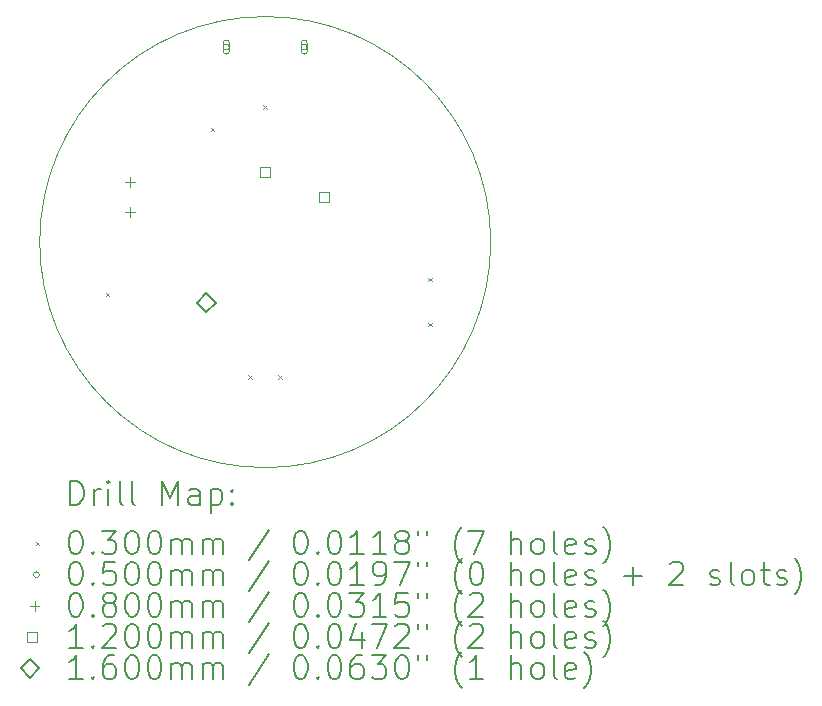
<source format=gbr>
%TF.GenerationSoftware,KiCad,Pcbnew,8.0.1*%
%TF.CreationDate,2024-11-04T22:10:12+13:00*%
%TF.ProjectId,morse_code_keyboard,6d6f7273-655f-4636-9f64-655f6b657962,rev?*%
%TF.SameCoordinates,Original*%
%TF.FileFunction,Drillmap*%
%TF.FilePolarity,Positive*%
%FSLAX45Y45*%
G04 Gerber Fmt 4.5, Leading zero omitted, Abs format (unit mm)*
G04 Created by KiCad (PCBNEW 8.0.1) date 2024-11-04 22:10:12*
%MOMM*%
%LPD*%
G01*
G04 APERTURE LIST*
%ADD10C,0.050000*%
%ADD11C,0.200000*%
%ADD12C,0.100000*%
%ADD13C,0.120000*%
%ADD14C,0.160000*%
G04 APERTURE END LIST*
D10*
X16006229Y-8509000D02*
G75*
G02*
X12187771Y-8509000I-1909229J0D01*
G01*
X12187771Y-8509000D02*
G75*
G02*
X16006229Y-8509000I1909229J0D01*
G01*
D11*
D12*
X12748500Y-8938500D02*
X12778500Y-8968500D01*
X12778500Y-8938500D02*
X12748500Y-8968500D01*
X13637500Y-7541500D02*
X13667500Y-7571500D01*
X13667500Y-7541500D02*
X13637500Y-7571500D01*
X13955000Y-9637000D02*
X13985000Y-9667000D01*
X13985000Y-9637000D02*
X13955000Y-9667000D01*
X14082000Y-7351000D02*
X14112000Y-7381000D01*
X14112000Y-7351000D02*
X14082000Y-7381000D01*
X14209000Y-9637000D02*
X14239000Y-9667000D01*
X14239000Y-9637000D02*
X14209000Y-9667000D01*
X15479000Y-8811500D02*
X15509000Y-8841500D01*
X15509000Y-8811500D02*
X15479000Y-8841500D01*
X15479000Y-9192500D02*
X15509000Y-9222500D01*
X15509000Y-9192500D02*
X15479000Y-9222500D01*
X13792000Y-6858000D02*
G75*
G02*
X13742000Y-6858000I-25000J0D01*
G01*
X13742000Y-6858000D02*
G75*
G02*
X13792000Y-6858000I25000J0D01*
G01*
X13742000Y-6823000D02*
X13742000Y-6893000D01*
X13792000Y-6893000D02*
G75*
G02*
X13742000Y-6893000I-25000J0D01*
G01*
X13792000Y-6893000D02*
X13792000Y-6823000D01*
X13792000Y-6823000D02*
G75*
G03*
X13742000Y-6823000I-25000J0D01*
G01*
X14452000Y-6858000D02*
G75*
G02*
X14402000Y-6858000I-25000J0D01*
G01*
X14402000Y-6858000D02*
G75*
G02*
X14452000Y-6858000I25000J0D01*
G01*
X14402000Y-6823000D02*
X14402000Y-6893000D01*
X14452000Y-6893000D02*
G75*
G02*
X14402000Y-6893000I-25000J0D01*
G01*
X14452000Y-6893000D02*
X14452000Y-6823000D01*
X14452000Y-6823000D02*
G75*
G03*
X14402000Y-6823000I-25000J0D01*
G01*
X12954000Y-7961000D02*
X12954000Y-8041000D01*
X12914000Y-8001000D02*
X12994000Y-8001000D01*
X12954000Y-8215000D02*
X12954000Y-8295000D01*
X12914000Y-8255000D02*
X12994000Y-8255000D01*
D13*
X14139427Y-7961427D02*
X14139427Y-7876573D01*
X14054573Y-7876573D01*
X14054573Y-7961427D01*
X14139427Y-7961427D01*
X14639427Y-8171427D02*
X14639427Y-8086573D01*
X14554573Y-8086573D01*
X14554573Y-8171427D01*
X14639427Y-8171427D01*
D14*
X13597000Y-9104000D02*
X13677000Y-9024000D01*
X13597000Y-8944000D01*
X13517000Y-9024000D01*
X13597000Y-9104000D01*
D11*
X12446048Y-10732212D02*
X12446048Y-10532212D01*
X12446048Y-10532212D02*
X12493667Y-10532212D01*
X12493667Y-10532212D02*
X12522239Y-10541736D01*
X12522239Y-10541736D02*
X12541286Y-10560784D01*
X12541286Y-10560784D02*
X12550810Y-10579831D01*
X12550810Y-10579831D02*
X12560334Y-10617927D01*
X12560334Y-10617927D02*
X12560334Y-10646498D01*
X12560334Y-10646498D02*
X12550810Y-10684593D01*
X12550810Y-10684593D02*
X12541286Y-10703641D01*
X12541286Y-10703641D02*
X12522239Y-10722689D01*
X12522239Y-10722689D02*
X12493667Y-10732212D01*
X12493667Y-10732212D02*
X12446048Y-10732212D01*
X12646048Y-10732212D02*
X12646048Y-10598879D01*
X12646048Y-10636974D02*
X12655572Y-10617927D01*
X12655572Y-10617927D02*
X12665096Y-10608403D01*
X12665096Y-10608403D02*
X12684143Y-10598879D01*
X12684143Y-10598879D02*
X12703191Y-10598879D01*
X12769858Y-10732212D02*
X12769858Y-10598879D01*
X12769858Y-10532212D02*
X12760334Y-10541736D01*
X12760334Y-10541736D02*
X12769858Y-10551260D01*
X12769858Y-10551260D02*
X12779381Y-10541736D01*
X12779381Y-10541736D02*
X12769858Y-10532212D01*
X12769858Y-10532212D02*
X12769858Y-10551260D01*
X12893667Y-10732212D02*
X12874620Y-10722689D01*
X12874620Y-10722689D02*
X12865096Y-10703641D01*
X12865096Y-10703641D02*
X12865096Y-10532212D01*
X12998429Y-10732212D02*
X12979381Y-10722689D01*
X12979381Y-10722689D02*
X12969858Y-10703641D01*
X12969858Y-10703641D02*
X12969858Y-10532212D01*
X13227001Y-10732212D02*
X13227001Y-10532212D01*
X13227001Y-10532212D02*
X13293667Y-10675070D01*
X13293667Y-10675070D02*
X13360334Y-10532212D01*
X13360334Y-10532212D02*
X13360334Y-10732212D01*
X13541286Y-10732212D02*
X13541286Y-10627451D01*
X13541286Y-10627451D02*
X13531762Y-10608403D01*
X13531762Y-10608403D02*
X13512715Y-10598879D01*
X13512715Y-10598879D02*
X13474620Y-10598879D01*
X13474620Y-10598879D02*
X13455572Y-10608403D01*
X13541286Y-10722689D02*
X13522239Y-10732212D01*
X13522239Y-10732212D02*
X13474620Y-10732212D01*
X13474620Y-10732212D02*
X13455572Y-10722689D01*
X13455572Y-10722689D02*
X13446048Y-10703641D01*
X13446048Y-10703641D02*
X13446048Y-10684593D01*
X13446048Y-10684593D02*
X13455572Y-10665546D01*
X13455572Y-10665546D02*
X13474620Y-10656022D01*
X13474620Y-10656022D02*
X13522239Y-10656022D01*
X13522239Y-10656022D02*
X13541286Y-10646498D01*
X13636524Y-10598879D02*
X13636524Y-10798879D01*
X13636524Y-10608403D02*
X13655572Y-10598879D01*
X13655572Y-10598879D02*
X13693667Y-10598879D01*
X13693667Y-10598879D02*
X13712715Y-10608403D01*
X13712715Y-10608403D02*
X13722239Y-10617927D01*
X13722239Y-10617927D02*
X13731762Y-10636974D01*
X13731762Y-10636974D02*
X13731762Y-10694117D01*
X13731762Y-10694117D02*
X13722239Y-10713165D01*
X13722239Y-10713165D02*
X13712715Y-10722689D01*
X13712715Y-10722689D02*
X13693667Y-10732212D01*
X13693667Y-10732212D02*
X13655572Y-10732212D01*
X13655572Y-10732212D02*
X13636524Y-10722689D01*
X13817477Y-10713165D02*
X13827001Y-10722689D01*
X13827001Y-10722689D02*
X13817477Y-10732212D01*
X13817477Y-10732212D02*
X13807953Y-10722689D01*
X13807953Y-10722689D02*
X13817477Y-10713165D01*
X13817477Y-10713165D02*
X13817477Y-10732212D01*
X13817477Y-10608403D02*
X13827001Y-10617927D01*
X13827001Y-10617927D02*
X13817477Y-10627451D01*
X13817477Y-10627451D02*
X13807953Y-10617927D01*
X13807953Y-10617927D02*
X13817477Y-10608403D01*
X13817477Y-10608403D02*
X13817477Y-10627451D01*
D12*
X12155271Y-11045729D02*
X12185271Y-11075729D01*
X12185271Y-11045729D02*
X12155271Y-11075729D01*
D11*
X12484143Y-10952212D02*
X12503191Y-10952212D01*
X12503191Y-10952212D02*
X12522239Y-10961736D01*
X12522239Y-10961736D02*
X12531762Y-10971260D01*
X12531762Y-10971260D02*
X12541286Y-10990308D01*
X12541286Y-10990308D02*
X12550810Y-11028403D01*
X12550810Y-11028403D02*
X12550810Y-11076022D01*
X12550810Y-11076022D02*
X12541286Y-11114117D01*
X12541286Y-11114117D02*
X12531762Y-11133165D01*
X12531762Y-11133165D02*
X12522239Y-11142689D01*
X12522239Y-11142689D02*
X12503191Y-11152212D01*
X12503191Y-11152212D02*
X12484143Y-11152212D01*
X12484143Y-11152212D02*
X12465096Y-11142689D01*
X12465096Y-11142689D02*
X12455572Y-11133165D01*
X12455572Y-11133165D02*
X12446048Y-11114117D01*
X12446048Y-11114117D02*
X12436524Y-11076022D01*
X12436524Y-11076022D02*
X12436524Y-11028403D01*
X12436524Y-11028403D02*
X12446048Y-10990308D01*
X12446048Y-10990308D02*
X12455572Y-10971260D01*
X12455572Y-10971260D02*
X12465096Y-10961736D01*
X12465096Y-10961736D02*
X12484143Y-10952212D01*
X12636524Y-11133165D02*
X12646048Y-11142689D01*
X12646048Y-11142689D02*
X12636524Y-11152212D01*
X12636524Y-11152212D02*
X12627001Y-11142689D01*
X12627001Y-11142689D02*
X12636524Y-11133165D01*
X12636524Y-11133165D02*
X12636524Y-11152212D01*
X12712715Y-10952212D02*
X12836524Y-10952212D01*
X12836524Y-10952212D02*
X12769858Y-11028403D01*
X12769858Y-11028403D02*
X12798429Y-11028403D01*
X12798429Y-11028403D02*
X12817477Y-11037927D01*
X12817477Y-11037927D02*
X12827001Y-11047451D01*
X12827001Y-11047451D02*
X12836524Y-11066498D01*
X12836524Y-11066498D02*
X12836524Y-11114117D01*
X12836524Y-11114117D02*
X12827001Y-11133165D01*
X12827001Y-11133165D02*
X12817477Y-11142689D01*
X12817477Y-11142689D02*
X12798429Y-11152212D01*
X12798429Y-11152212D02*
X12741286Y-11152212D01*
X12741286Y-11152212D02*
X12722239Y-11142689D01*
X12722239Y-11142689D02*
X12712715Y-11133165D01*
X12960334Y-10952212D02*
X12979382Y-10952212D01*
X12979382Y-10952212D02*
X12998429Y-10961736D01*
X12998429Y-10961736D02*
X13007953Y-10971260D01*
X13007953Y-10971260D02*
X13017477Y-10990308D01*
X13017477Y-10990308D02*
X13027001Y-11028403D01*
X13027001Y-11028403D02*
X13027001Y-11076022D01*
X13027001Y-11076022D02*
X13017477Y-11114117D01*
X13017477Y-11114117D02*
X13007953Y-11133165D01*
X13007953Y-11133165D02*
X12998429Y-11142689D01*
X12998429Y-11142689D02*
X12979382Y-11152212D01*
X12979382Y-11152212D02*
X12960334Y-11152212D01*
X12960334Y-11152212D02*
X12941286Y-11142689D01*
X12941286Y-11142689D02*
X12931762Y-11133165D01*
X12931762Y-11133165D02*
X12922239Y-11114117D01*
X12922239Y-11114117D02*
X12912715Y-11076022D01*
X12912715Y-11076022D02*
X12912715Y-11028403D01*
X12912715Y-11028403D02*
X12922239Y-10990308D01*
X12922239Y-10990308D02*
X12931762Y-10971260D01*
X12931762Y-10971260D02*
X12941286Y-10961736D01*
X12941286Y-10961736D02*
X12960334Y-10952212D01*
X13150810Y-10952212D02*
X13169858Y-10952212D01*
X13169858Y-10952212D02*
X13188905Y-10961736D01*
X13188905Y-10961736D02*
X13198429Y-10971260D01*
X13198429Y-10971260D02*
X13207953Y-10990308D01*
X13207953Y-10990308D02*
X13217477Y-11028403D01*
X13217477Y-11028403D02*
X13217477Y-11076022D01*
X13217477Y-11076022D02*
X13207953Y-11114117D01*
X13207953Y-11114117D02*
X13198429Y-11133165D01*
X13198429Y-11133165D02*
X13188905Y-11142689D01*
X13188905Y-11142689D02*
X13169858Y-11152212D01*
X13169858Y-11152212D02*
X13150810Y-11152212D01*
X13150810Y-11152212D02*
X13131762Y-11142689D01*
X13131762Y-11142689D02*
X13122239Y-11133165D01*
X13122239Y-11133165D02*
X13112715Y-11114117D01*
X13112715Y-11114117D02*
X13103191Y-11076022D01*
X13103191Y-11076022D02*
X13103191Y-11028403D01*
X13103191Y-11028403D02*
X13112715Y-10990308D01*
X13112715Y-10990308D02*
X13122239Y-10971260D01*
X13122239Y-10971260D02*
X13131762Y-10961736D01*
X13131762Y-10961736D02*
X13150810Y-10952212D01*
X13303191Y-11152212D02*
X13303191Y-11018879D01*
X13303191Y-11037927D02*
X13312715Y-11028403D01*
X13312715Y-11028403D02*
X13331762Y-11018879D01*
X13331762Y-11018879D02*
X13360334Y-11018879D01*
X13360334Y-11018879D02*
X13379382Y-11028403D01*
X13379382Y-11028403D02*
X13388905Y-11047451D01*
X13388905Y-11047451D02*
X13388905Y-11152212D01*
X13388905Y-11047451D02*
X13398429Y-11028403D01*
X13398429Y-11028403D02*
X13417477Y-11018879D01*
X13417477Y-11018879D02*
X13446048Y-11018879D01*
X13446048Y-11018879D02*
X13465096Y-11028403D01*
X13465096Y-11028403D02*
X13474620Y-11047451D01*
X13474620Y-11047451D02*
X13474620Y-11152212D01*
X13569858Y-11152212D02*
X13569858Y-11018879D01*
X13569858Y-11037927D02*
X13579382Y-11028403D01*
X13579382Y-11028403D02*
X13598429Y-11018879D01*
X13598429Y-11018879D02*
X13627001Y-11018879D01*
X13627001Y-11018879D02*
X13646048Y-11028403D01*
X13646048Y-11028403D02*
X13655572Y-11047451D01*
X13655572Y-11047451D02*
X13655572Y-11152212D01*
X13655572Y-11047451D02*
X13665096Y-11028403D01*
X13665096Y-11028403D02*
X13684143Y-11018879D01*
X13684143Y-11018879D02*
X13712715Y-11018879D01*
X13712715Y-11018879D02*
X13731763Y-11028403D01*
X13731763Y-11028403D02*
X13741286Y-11047451D01*
X13741286Y-11047451D02*
X13741286Y-11152212D01*
X14131763Y-10942689D02*
X13960334Y-11199831D01*
X14388905Y-10952212D02*
X14407953Y-10952212D01*
X14407953Y-10952212D02*
X14427001Y-10961736D01*
X14427001Y-10961736D02*
X14436525Y-10971260D01*
X14436525Y-10971260D02*
X14446048Y-10990308D01*
X14446048Y-10990308D02*
X14455572Y-11028403D01*
X14455572Y-11028403D02*
X14455572Y-11076022D01*
X14455572Y-11076022D02*
X14446048Y-11114117D01*
X14446048Y-11114117D02*
X14436525Y-11133165D01*
X14436525Y-11133165D02*
X14427001Y-11142689D01*
X14427001Y-11142689D02*
X14407953Y-11152212D01*
X14407953Y-11152212D02*
X14388905Y-11152212D01*
X14388905Y-11152212D02*
X14369858Y-11142689D01*
X14369858Y-11142689D02*
X14360334Y-11133165D01*
X14360334Y-11133165D02*
X14350810Y-11114117D01*
X14350810Y-11114117D02*
X14341286Y-11076022D01*
X14341286Y-11076022D02*
X14341286Y-11028403D01*
X14341286Y-11028403D02*
X14350810Y-10990308D01*
X14350810Y-10990308D02*
X14360334Y-10971260D01*
X14360334Y-10971260D02*
X14369858Y-10961736D01*
X14369858Y-10961736D02*
X14388905Y-10952212D01*
X14541286Y-11133165D02*
X14550810Y-11142689D01*
X14550810Y-11142689D02*
X14541286Y-11152212D01*
X14541286Y-11152212D02*
X14531763Y-11142689D01*
X14531763Y-11142689D02*
X14541286Y-11133165D01*
X14541286Y-11133165D02*
X14541286Y-11152212D01*
X14674620Y-10952212D02*
X14693667Y-10952212D01*
X14693667Y-10952212D02*
X14712715Y-10961736D01*
X14712715Y-10961736D02*
X14722239Y-10971260D01*
X14722239Y-10971260D02*
X14731763Y-10990308D01*
X14731763Y-10990308D02*
X14741286Y-11028403D01*
X14741286Y-11028403D02*
X14741286Y-11076022D01*
X14741286Y-11076022D02*
X14731763Y-11114117D01*
X14731763Y-11114117D02*
X14722239Y-11133165D01*
X14722239Y-11133165D02*
X14712715Y-11142689D01*
X14712715Y-11142689D02*
X14693667Y-11152212D01*
X14693667Y-11152212D02*
X14674620Y-11152212D01*
X14674620Y-11152212D02*
X14655572Y-11142689D01*
X14655572Y-11142689D02*
X14646048Y-11133165D01*
X14646048Y-11133165D02*
X14636525Y-11114117D01*
X14636525Y-11114117D02*
X14627001Y-11076022D01*
X14627001Y-11076022D02*
X14627001Y-11028403D01*
X14627001Y-11028403D02*
X14636525Y-10990308D01*
X14636525Y-10990308D02*
X14646048Y-10971260D01*
X14646048Y-10971260D02*
X14655572Y-10961736D01*
X14655572Y-10961736D02*
X14674620Y-10952212D01*
X14931763Y-11152212D02*
X14817477Y-11152212D01*
X14874620Y-11152212D02*
X14874620Y-10952212D01*
X14874620Y-10952212D02*
X14855572Y-10980784D01*
X14855572Y-10980784D02*
X14836525Y-10999831D01*
X14836525Y-10999831D02*
X14817477Y-11009355D01*
X15122239Y-11152212D02*
X15007953Y-11152212D01*
X15065096Y-11152212D02*
X15065096Y-10952212D01*
X15065096Y-10952212D02*
X15046048Y-10980784D01*
X15046048Y-10980784D02*
X15027001Y-10999831D01*
X15027001Y-10999831D02*
X15007953Y-11009355D01*
X15236525Y-11037927D02*
X15217477Y-11028403D01*
X15217477Y-11028403D02*
X15207953Y-11018879D01*
X15207953Y-11018879D02*
X15198429Y-10999831D01*
X15198429Y-10999831D02*
X15198429Y-10990308D01*
X15198429Y-10990308D02*
X15207953Y-10971260D01*
X15207953Y-10971260D02*
X15217477Y-10961736D01*
X15217477Y-10961736D02*
X15236525Y-10952212D01*
X15236525Y-10952212D02*
X15274620Y-10952212D01*
X15274620Y-10952212D02*
X15293667Y-10961736D01*
X15293667Y-10961736D02*
X15303191Y-10971260D01*
X15303191Y-10971260D02*
X15312715Y-10990308D01*
X15312715Y-10990308D02*
X15312715Y-10999831D01*
X15312715Y-10999831D02*
X15303191Y-11018879D01*
X15303191Y-11018879D02*
X15293667Y-11028403D01*
X15293667Y-11028403D02*
X15274620Y-11037927D01*
X15274620Y-11037927D02*
X15236525Y-11037927D01*
X15236525Y-11037927D02*
X15217477Y-11047451D01*
X15217477Y-11047451D02*
X15207953Y-11056974D01*
X15207953Y-11056974D02*
X15198429Y-11076022D01*
X15198429Y-11076022D02*
X15198429Y-11114117D01*
X15198429Y-11114117D02*
X15207953Y-11133165D01*
X15207953Y-11133165D02*
X15217477Y-11142689D01*
X15217477Y-11142689D02*
X15236525Y-11152212D01*
X15236525Y-11152212D02*
X15274620Y-11152212D01*
X15274620Y-11152212D02*
X15293667Y-11142689D01*
X15293667Y-11142689D02*
X15303191Y-11133165D01*
X15303191Y-11133165D02*
X15312715Y-11114117D01*
X15312715Y-11114117D02*
X15312715Y-11076022D01*
X15312715Y-11076022D02*
X15303191Y-11056974D01*
X15303191Y-11056974D02*
X15293667Y-11047451D01*
X15293667Y-11047451D02*
X15274620Y-11037927D01*
X15388906Y-10952212D02*
X15388906Y-10990308D01*
X15465096Y-10952212D02*
X15465096Y-10990308D01*
X15760334Y-11228403D02*
X15750810Y-11218879D01*
X15750810Y-11218879D02*
X15731763Y-11190308D01*
X15731763Y-11190308D02*
X15722239Y-11171260D01*
X15722239Y-11171260D02*
X15712715Y-11142689D01*
X15712715Y-11142689D02*
X15703191Y-11095070D01*
X15703191Y-11095070D02*
X15703191Y-11056974D01*
X15703191Y-11056974D02*
X15712715Y-11009355D01*
X15712715Y-11009355D02*
X15722239Y-10980784D01*
X15722239Y-10980784D02*
X15731763Y-10961736D01*
X15731763Y-10961736D02*
X15750810Y-10933165D01*
X15750810Y-10933165D02*
X15760334Y-10923641D01*
X15817477Y-10952212D02*
X15950810Y-10952212D01*
X15950810Y-10952212D02*
X15865096Y-11152212D01*
X16179382Y-11152212D02*
X16179382Y-10952212D01*
X16265096Y-11152212D02*
X16265096Y-11047451D01*
X16265096Y-11047451D02*
X16255572Y-11028403D01*
X16255572Y-11028403D02*
X16236525Y-11018879D01*
X16236525Y-11018879D02*
X16207953Y-11018879D01*
X16207953Y-11018879D02*
X16188906Y-11028403D01*
X16188906Y-11028403D02*
X16179382Y-11037927D01*
X16388906Y-11152212D02*
X16369858Y-11142689D01*
X16369858Y-11142689D02*
X16360334Y-11133165D01*
X16360334Y-11133165D02*
X16350810Y-11114117D01*
X16350810Y-11114117D02*
X16350810Y-11056974D01*
X16350810Y-11056974D02*
X16360334Y-11037927D01*
X16360334Y-11037927D02*
X16369858Y-11028403D01*
X16369858Y-11028403D02*
X16388906Y-11018879D01*
X16388906Y-11018879D02*
X16417477Y-11018879D01*
X16417477Y-11018879D02*
X16436525Y-11028403D01*
X16436525Y-11028403D02*
X16446049Y-11037927D01*
X16446049Y-11037927D02*
X16455572Y-11056974D01*
X16455572Y-11056974D02*
X16455572Y-11114117D01*
X16455572Y-11114117D02*
X16446049Y-11133165D01*
X16446049Y-11133165D02*
X16436525Y-11142689D01*
X16436525Y-11142689D02*
X16417477Y-11152212D01*
X16417477Y-11152212D02*
X16388906Y-11152212D01*
X16569858Y-11152212D02*
X16550810Y-11142689D01*
X16550810Y-11142689D02*
X16541287Y-11123641D01*
X16541287Y-11123641D02*
X16541287Y-10952212D01*
X16722239Y-11142689D02*
X16703191Y-11152212D01*
X16703191Y-11152212D02*
X16665096Y-11152212D01*
X16665096Y-11152212D02*
X16646049Y-11142689D01*
X16646049Y-11142689D02*
X16636525Y-11123641D01*
X16636525Y-11123641D02*
X16636525Y-11047451D01*
X16636525Y-11047451D02*
X16646049Y-11028403D01*
X16646049Y-11028403D02*
X16665096Y-11018879D01*
X16665096Y-11018879D02*
X16703191Y-11018879D01*
X16703191Y-11018879D02*
X16722239Y-11028403D01*
X16722239Y-11028403D02*
X16731763Y-11047451D01*
X16731763Y-11047451D02*
X16731763Y-11066498D01*
X16731763Y-11066498D02*
X16636525Y-11085546D01*
X16807953Y-11142689D02*
X16827001Y-11152212D01*
X16827001Y-11152212D02*
X16865096Y-11152212D01*
X16865096Y-11152212D02*
X16884144Y-11142689D01*
X16884144Y-11142689D02*
X16893668Y-11123641D01*
X16893668Y-11123641D02*
X16893668Y-11114117D01*
X16893668Y-11114117D02*
X16884144Y-11095070D01*
X16884144Y-11095070D02*
X16865096Y-11085546D01*
X16865096Y-11085546D02*
X16836525Y-11085546D01*
X16836525Y-11085546D02*
X16817477Y-11076022D01*
X16817477Y-11076022D02*
X16807953Y-11056974D01*
X16807953Y-11056974D02*
X16807953Y-11047451D01*
X16807953Y-11047451D02*
X16817477Y-11028403D01*
X16817477Y-11028403D02*
X16836525Y-11018879D01*
X16836525Y-11018879D02*
X16865096Y-11018879D01*
X16865096Y-11018879D02*
X16884144Y-11028403D01*
X16960334Y-11228403D02*
X16969858Y-11218879D01*
X16969858Y-11218879D02*
X16988906Y-11190308D01*
X16988906Y-11190308D02*
X16998430Y-11171260D01*
X16998430Y-11171260D02*
X17007953Y-11142689D01*
X17007953Y-11142689D02*
X17017477Y-11095070D01*
X17017477Y-11095070D02*
X17017477Y-11056974D01*
X17017477Y-11056974D02*
X17007953Y-11009355D01*
X17007953Y-11009355D02*
X16998430Y-10980784D01*
X16998430Y-10980784D02*
X16988906Y-10961736D01*
X16988906Y-10961736D02*
X16969858Y-10933165D01*
X16969858Y-10933165D02*
X16960334Y-10923641D01*
D12*
X12185271Y-11324729D02*
G75*
G02*
X12135271Y-11324729I-25000J0D01*
G01*
X12135271Y-11324729D02*
G75*
G02*
X12185271Y-11324729I25000J0D01*
G01*
D11*
X12484143Y-11216212D02*
X12503191Y-11216212D01*
X12503191Y-11216212D02*
X12522239Y-11225736D01*
X12522239Y-11225736D02*
X12531762Y-11235260D01*
X12531762Y-11235260D02*
X12541286Y-11254308D01*
X12541286Y-11254308D02*
X12550810Y-11292403D01*
X12550810Y-11292403D02*
X12550810Y-11340022D01*
X12550810Y-11340022D02*
X12541286Y-11378117D01*
X12541286Y-11378117D02*
X12531762Y-11397165D01*
X12531762Y-11397165D02*
X12522239Y-11406689D01*
X12522239Y-11406689D02*
X12503191Y-11416212D01*
X12503191Y-11416212D02*
X12484143Y-11416212D01*
X12484143Y-11416212D02*
X12465096Y-11406689D01*
X12465096Y-11406689D02*
X12455572Y-11397165D01*
X12455572Y-11397165D02*
X12446048Y-11378117D01*
X12446048Y-11378117D02*
X12436524Y-11340022D01*
X12436524Y-11340022D02*
X12436524Y-11292403D01*
X12436524Y-11292403D02*
X12446048Y-11254308D01*
X12446048Y-11254308D02*
X12455572Y-11235260D01*
X12455572Y-11235260D02*
X12465096Y-11225736D01*
X12465096Y-11225736D02*
X12484143Y-11216212D01*
X12636524Y-11397165D02*
X12646048Y-11406689D01*
X12646048Y-11406689D02*
X12636524Y-11416212D01*
X12636524Y-11416212D02*
X12627001Y-11406689D01*
X12627001Y-11406689D02*
X12636524Y-11397165D01*
X12636524Y-11397165D02*
X12636524Y-11416212D01*
X12827001Y-11216212D02*
X12731762Y-11216212D01*
X12731762Y-11216212D02*
X12722239Y-11311450D01*
X12722239Y-11311450D02*
X12731762Y-11301927D01*
X12731762Y-11301927D02*
X12750810Y-11292403D01*
X12750810Y-11292403D02*
X12798429Y-11292403D01*
X12798429Y-11292403D02*
X12817477Y-11301927D01*
X12817477Y-11301927D02*
X12827001Y-11311450D01*
X12827001Y-11311450D02*
X12836524Y-11330498D01*
X12836524Y-11330498D02*
X12836524Y-11378117D01*
X12836524Y-11378117D02*
X12827001Y-11397165D01*
X12827001Y-11397165D02*
X12817477Y-11406689D01*
X12817477Y-11406689D02*
X12798429Y-11416212D01*
X12798429Y-11416212D02*
X12750810Y-11416212D01*
X12750810Y-11416212D02*
X12731762Y-11406689D01*
X12731762Y-11406689D02*
X12722239Y-11397165D01*
X12960334Y-11216212D02*
X12979382Y-11216212D01*
X12979382Y-11216212D02*
X12998429Y-11225736D01*
X12998429Y-11225736D02*
X13007953Y-11235260D01*
X13007953Y-11235260D02*
X13017477Y-11254308D01*
X13017477Y-11254308D02*
X13027001Y-11292403D01*
X13027001Y-11292403D02*
X13027001Y-11340022D01*
X13027001Y-11340022D02*
X13017477Y-11378117D01*
X13017477Y-11378117D02*
X13007953Y-11397165D01*
X13007953Y-11397165D02*
X12998429Y-11406689D01*
X12998429Y-11406689D02*
X12979382Y-11416212D01*
X12979382Y-11416212D02*
X12960334Y-11416212D01*
X12960334Y-11416212D02*
X12941286Y-11406689D01*
X12941286Y-11406689D02*
X12931762Y-11397165D01*
X12931762Y-11397165D02*
X12922239Y-11378117D01*
X12922239Y-11378117D02*
X12912715Y-11340022D01*
X12912715Y-11340022D02*
X12912715Y-11292403D01*
X12912715Y-11292403D02*
X12922239Y-11254308D01*
X12922239Y-11254308D02*
X12931762Y-11235260D01*
X12931762Y-11235260D02*
X12941286Y-11225736D01*
X12941286Y-11225736D02*
X12960334Y-11216212D01*
X13150810Y-11216212D02*
X13169858Y-11216212D01*
X13169858Y-11216212D02*
X13188905Y-11225736D01*
X13188905Y-11225736D02*
X13198429Y-11235260D01*
X13198429Y-11235260D02*
X13207953Y-11254308D01*
X13207953Y-11254308D02*
X13217477Y-11292403D01*
X13217477Y-11292403D02*
X13217477Y-11340022D01*
X13217477Y-11340022D02*
X13207953Y-11378117D01*
X13207953Y-11378117D02*
X13198429Y-11397165D01*
X13198429Y-11397165D02*
X13188905Y-11406689D01*
X13188905Y-11406689D02*
X13169858Y-11416212D01*
X13169858Y-11416212D02*
X13150810Y-11416212D01*
X13150810Y-11416212D02*
X13131762Y-11406689D01*
X13131762Y-11406689D02*
X13122239Y-11397165D01*
X13122239Y-11397165D02*
X13112715Y-11378117D01*
X13112715Y-11378117D02*
X13103191Y-11340022D01*
X13103191Y-11340022D02*
X13103191Y-11292403D01*
X13103191Y-11292403D02*
X13112715Y-11254308D01*
X13112715Y-11254308D02*
X13122239Y-11235260D01*
X13122239Y-11235260D02*
X13131762Y-11225736D01*
X13131762Y-11225736D02*
X13150810Y-11216212D01*
X13303191Y-11416212D02*
X13303191Y-11282879D01*
X13303191Y-11301927D02*
X13312715Y-11292403D01*
X13312715Y-11292403D02*
X13331762Y-11282879D01*
X13331762Y-11282879D02*
X13360334Y-11282879D01*
X13360334Y-11282879D02*
X13379382Y-11292403D01*
X13379382Y-11292403D02*
X13388905Y-11311450D01*
X13388905Y-11311450D02*
X13388905Y-11416212D01*
X13388905Y-11311450D02*
X13398429Y-11292403D01*
X13398429Y-11292403D02*
X13417477Y-11282879D01*
X13417477Y-11282879D02*
X13446048Y-11282879D01*
X13446048Y-11282879D02*
X13465096Y-11292403D01*
X13465096Y-11292403D02*
X13474620Y-11311450D01*
X13474620Y-11311450D02*
X13474620Y-11416212D01*
X13569858Y-11416212D02*
X13569858Y-11282879D01*
X13569858Y-11301927D02*
X13579382Y-11292403D01*
X13579382Y-11292403D02*
X13598429Y-11282879D01*
X13598429Y-11282879D02*
X13627001Y-11282879D01*
X13627001Y-11282879D02*
X13646048Y-11292403D01*
X13646048Y-11292403D02*
X13655572Y-11311450D01*
X13655572Y-11311450D02*
X13655572Y-11416212D01*
X13655572Y-11311450D02*
X13665096Y-11292403D01*
X13665096Y-11292403D02*
X13684143Y-11282879D01*
X13684143Y-11282879D02*
X13712715Y-11282879D01*
X13712715Y-11282879D02*
X13731763Y-11292403D01*
X13731763Y-11292403D02*
X13741286Y-11311450D01*
X13741286Y-11311450D02*
X13741286Y-11416212D01*
X14131763Y-11206689D02*
X13960334Y-11463831D01*
X14388905Y-11216212D02*
X14407953Y-11216212D01*
X14407953Y-11216212D02*
X14427001Y-11225736D01*
X14427001Y-11225736D02*
X14436525Y-11235260D01*
X14436525Y-11235260D02*
X14446048Y-11254308D01*
X14446048Y-11254308D02*
X14455572Y-11292403D01*
X14455572Y-11292403D02*
X14455572Y-11340022D01*
X14455572Y-11340022D02*
X14446048Y-11378117D01*
X14446048Y-11378117D02*
X14436525Y-11397165D01*
X14436525Y-11397165D02*
X14427001Y-11406689D01*
X14427001Y-11406689D02*
X14407953Y-11416212D01*
X14407953Y-11416212D02*
X14388905Y-11416212D01*
X14388905Y-11416212D02*
X14369858Y-11406689D01*
X14369858Y-11406689D02*
X14360334Y-11397165D01*
X14360334Y-11397165D02*
X14350810Y-11378117D01*
X14350810Y-11378117D02*
X14341286Y-11340022D01*
X14341286Y-11340022D02*
X14341286Y-11292403D01*
X14341286Y-11292403D02*
X14350810Y-11254308D01*
X14350810Y-11254308D02*
X14360334Y-11235260D01*
X14360334Y-11235260D02*
X14369858Y-11225736D01*
X14369858Y-11225736D02*
X14388905Y-11216212D01*
X14541286Y-11397165D02*
X14550810Y-11406689D01*
X14550810Y-11406689D02*
X14541286Y-11416212D01*
X14541286Y-11416212D02*
X14531763Y-11406689D01*
X14531763Y-11406689D02*
X14541286Y-11397165D01*
X14541286Y-11397165D02*
X14541286Y-11416212D01*
X14674620Y-11216212D02*
X14693667Y-11216212D01*
X14693667Y-11216212D02*
X14712715Y-11225736D01*
X14712715Y-11225736D02*
X14722239Y-11235260D01*
X14722239Y-11235260D02*
X14731763Y-11254308D01*
X14731763Y-11254308D02*
X14741286Y-11292403D01*
X14741286Y-11292403D02*
X14741286Y-11340022D01*
X14741286Y-11340022D02*
X14731763Y-11378117D01*
X14731763Y-11378117D02*
X14722239Y-11397165D01*
X14722239Y-11397165D02*
X14712715Y-11406689D01*
X14712715Y-11406689D02*
X14693667Y-11416212D01*
X14693667Y-11416212D02*
X14674620Y-11416212D01*
X14674620Y-11416212D02*
X14655572Y-11406689D01*
X14655572Y-11406689D02*
X14646048Y-11397165D01*
X14646048Y-11397165D02*
X14636525Y-11378117D01*
X14636525Y-11378117D02*
X14627001Y-11340022D01*
X14627001Y-11340022D02*
X14627001Y-11292403D01*
X14627001Y-11292403D02*
X14636525Y-11254308D01*
X14636525Y-11254308D02*
X14646048Y-11235260D01*
X14646048Y-11235260D02*
X14655572Y-11225736D01*
X14655572Y-11225736D02*
X14674620Y-11216212D01*
X14931763Y-11416212D02*
X14817477Y-11416212D01*
X14874620Y-11416212D02*
X14874620Y-11216212D01*
X14874620Y-11216212D02*
X14855572Y-11244784D01*
X14855572Y-11244784D02*
X14836525Y-11263831D01*
X14836525Y-11263831D02*
X14817477Y-11273355D01*
X15027001Y-11416212D02*
X15065096Y-11416212D01*
X15065096Y-11416212D02*
X15084144Y-11406689D01*
X15084144Y-11406689D02*
X15093667Y-11397165D01*
X15093667Y-11397165D02*
X15112715Y-11368593D01*
X15112715Y-11368593D02*
X15122239Y-11330498D01*
X15122239Y-11330498D02*
X15122239Y-11254308D01*
X15122239Y-11254308D02*
X15112715Y-11235260D01*
X15112715Y-11235260D02*
X15103191Y-11225736D01*
X15103191Y-11225736D02*
X15084144Y-11216212D01*
X15084144Y-11216212D02*
X15046048Y-11216212D01*
X15046048Y-11216212D02*
X15027001Y-11225736D01*
X15027001Y-11225736D02*
X15017477Y-11235260D01*
X15017477Y-11235260D02*
X15007953Y-11254308D01*
X15007953Y-11254308D02*
X15007953Y-11301927D01*
X15007953Y-11301927D02*
X15017477Y-11320974D01*
X15017477Y-11320974D02*
X15027001Y-11330498D01*
X15027001Y-11330498D02*
X15046048Y-11340022D01*
X15046048Y-11340022D02*
X15084144Y-11340022D01*
X15084144Y-11340022D02*
X15103191Y-11330498D01*
X15103191Y-11330498D02*
X15112715Y-11320974D01*
X15112715Y-11320974D02*
X15122239Y-11301927D01*
X15188906Y-11216212D02*
X15322239Y-11216212D01*
X15322239Y-11216212D02*
X15236525Y-11416212D01*
X15388906Y-11216212D02*
X15388906Y-11254308D01*
X15465096Y-11216212D02*
X15465096Y-11254308D01*
X15760334Y-11492403D02*
X15750810Y-11482879D01*
X15750810Y-11482879D02*
X15731763Y-11454308D01*
X15731763Y-11454308D02*
X15722239Y-11435260D01*
X15722239Y-11435260D02*
X15712715Y-11406689D01*
X15712715Y-11406689D02*
X15703191Y-11359069D01*
X15703191Y-11359069D02*
X15703191Y-11320974D01*
X15703191Y-11320974D02*
X15712715Y-11273355D01*
X15712715Y-11273355D02*
X15722239Y-11244784D01*
X15722239Y-11244784D02*
X15731763Y-11225736D01*
X15731763Y-11225736D02*
X15750810Y-11197165D01*
X15750810Y-11197165D02*
X15760334Y-11187641D01*
X15874620Y-11216212D02*
X15893668Y-11216212D01*
X15893668Y-11216212D02*
X15912715Y-11225736D01*
X15912715Y-11225736D02*
X15922239Y-11235260D01*
X15922239Y-11235260D02*
X15931763Y-11254308D01*
X15931763Y-11254308D02*
X15941287Y-11292403D01*
X15941287Y-11292403D02*
X15941287Y-11340022D01*
X15941287Y-11340022D02*
X15931763Y-11378117D01*
X15931763Y-11378117D02*
X15922239Y-11397165D01*
X15922239Y-11397165D02*
X15912715Y-11406689D01*
X15912715Y-11406689D02*
X15893668Y-11416212D01*
X15893668Y-11416212D02*
X15874620Y-11416212D01*
X15874620Y-11416212D02*
X15855572Y-11406689D01*
X15855572Y-11406689D02*
X15846048Y-11397165D01*
X15846048Y-11397165D02*
X15836525Y-11378117D01*
X15836525Y-11378117D02*
X15827001Y-11340022D01*
X15827001Y-11340022D02*
X15827001Y-11292403D01*
X15827001Y-11292403D02*
X15836525Y-11254308D01*
X15836525Y-11254308D02*
X15846048Y-11235260D01*
X15846048Y-11235260D02*
X15855572Y-11225736D01*
X15855572Y-11225736D02*
X15874620Y-11216212D01*
X16179382Y-11416212D02*
X16179382Y-11216212D01*
X16265096Y-11416212D02*
X16265096Y-11311450D01*
X16265096Y-11311450D02*
X16255572Y-11292403D01*
X16255572Y-11292403D02*
X16236525Y-11282879D01*
X16236525Y-11282879D02*
X16207953Y-11282879D01*
X16207953Y-11282879D02*
X16188906Y-11292403D01*
X16188906Y-11292403D02*
X16179382Y-11301927D01*
X16388906Y-11416212D02*
X16369858Y-11406689D01*
X16369858Y-11406689D02*
X16360334Y-11397165D01*
X16360334Y-11397165D02*
X16350810Y-11378117D01*
X16350810Y-11378117D02*
X16350810Y-11320974D01*
X16350810Y-11320974D02*
X16360334Y-11301927D01*
X16360334Y-11301927D02*
X16369858Y-11292403D01*
X16369858Y-11292403D02*
X16388906Y-11282879D01*
X16388906Y-11282879D02*
X16417477Y-11282879D01*
X16417477Y-11282879D02*
X16436525Y-11292403D01*
X16436525Y-11292403D02*
X16446049Y-11301927D01*
X16446049Y-11301927D02*
X16455572Y-11320974D01*
X16455572Y-11320974D02*
X16455572Y-11378117D01*
X16455572Y-11378117D02*
X16446049Y-11397165D01*
X16446049Y-11397165D02*
X16436525Y-11406689D01*
X16436525Y-11406689D02*
X16417477Y-11416212D01*
X16417477Y-11416212D02*
X16388906Y-11416212D01*
X16569858Y-11416212D02*
X16550810Y-11406689D01*
X16550810Y-11406689D02*
X16541287Y-11387641D01*
X16541287Y-11387641D02*
X16541287Y-11216212D01*
X16722239Y-11406689D02*
X16703191Y-11416212D01*
X16703191Y-11416212D02*
X16665096Y-11416212D01*
X16665096Y-11416212D02*
X16646049Y-11406689D01*
X16646049Y-11406689D02*
X16636525Y-11387641D01*
X16636525Y-11387641D02*
X16636525Y-11311450D01*
X16636525Y-11311450D02*
X16646049Y-11292403D01*
X16646049Y-11292403D02*
X16665096Y-11282879D01*
X16665096Y-11282879D02*
X16703191Y-11282879D01*
X16703191Y-11282879D02*
X16722239Y-11292403D01*
X16722239Y-11292403D02*
X16731763Y-11311450D01*
X16731763Y-11311450D02*
X16731763Y-11330498D01*
X16731763Y-11330498D02*
X16636525Y-11349546D01*
X16807953Y-11406689D02*
X16827001Y-11416212D01*
X16827001Y-11416212D02*
X16865096Y-11416212D01*
X16865096Y-11416212D02*
X16884144Y-11406689D01*
X16884144Y-11406689D02*
X16893668Y-11387641D01*
X16893668Y-11387641D02*
X16893668Y-11378117D01*
X16893668Y-11378117D02*
X16884144Y-11359069D01*
X16884144Y-11359069D02*
X16865096Y-11349546D01*
X16865096Y-11349546D02*
X16836525Y-11349546D01*
X16836525Y-11349546D02*
X16817477Y-11340022D01*
X16817477Y-11340022D02*
X16807953Y-11320974D01*
X16807953Y-11320974D02*
X16807953Y-11311450D01*
X16807953Y-11311450D02*
X16817477Y-11292403D01*
X16817477Y-11292403D02*
X16836525Y-11282879D01*
X16836525Y-11282879D02*
X16865096Y-11282879D01*
X16865096Y-11282879D02*
X16884144Y-11292403D01*
X17131763Y-11340022D02*
X17284144Y-11340022D01*
X17207954Y-11416212D02*
X17207954Y-11263831D01*
X17522239Y-11235260D02*
X17531763Y-11225736D01*
X17531763Y-11225736D02*
X17550811Y-11216212D01*
X17550811Y-11216212D02*
X17598430Y-11216212D01*
X17598430Y-11216212D02*
X17617477Y-11225736D01*
X17617477Y-11225736D02*
X17627001Y-11235260D01*
X17627001Y-11235260D02*
X17636525Y-11254308D01*
X17636525Y-11254308D02*
X17636525Y-11273355D01*
X17636525Y-11273355D02*
X17627001Y-11301927D01*
X17627001Y-11301927D02*
X17512715Y-11416212D01*
X17512715Y-11416212D02*
X17636525Y-11416212D01*
X17865096Y-11406689D02*
X17884144Y-11416212D01*
X17884144Y-11416212D02*
X17922239Y-11416212D01*
X17922239Y-11416212D02*
X17941287Y-11406689D01*
X17941287Y-11406689D02*
X17950811Y-11387641D01*
X17950811Y-11387641D02*
X17950811Y-11378117D01*
X17950811Y-11378117D02*
X17941287Y-11359069D01*
X17941287Y-11359069D02*
X17922239Y-11349546D01*
X17922239Y-11349546D02*
X17893668Y-11349546D01*
X17893668Y-11349546D02*
X17874620Y-11340022D01*
X17874620Y-11340022D02*
X17865096Y-11320974D01*
X17865096Y-11320974D02*
X17865096Y-11311450D01*
X17865096Y-11311450D02*
X17874620Y-11292403D01*
X17874620Y-11292403D02*
X17893668Y-11282879D01*
X17893668Y-11282879D02*
X17922239Y-11282879D01*
X17922239Y-11282879D02*
X17941287Y-11292403D01*
X18065096Y-11416212D02*
X18046049Y-11406689D01*
X18046049Y-11406689D02*
X18036525Y-11387641D01*
X18036525Y-11387641D02*
X18036525Y-11216212D01*
X18169858Y-11416212D02*
X18150811Y-11406689D01*
X18150811Y-11406689D02*
X18141287Y-11397165D01*
X18141287Y-11397165D02*
X18131763Y-11378117D01*
X18131763Y-11378117D02*
X18131763Y-11320974D01*
X18131763Y-11320974D02*
X18141287Y-11301927D01*
X18141287Y-11301927D02*
X18150811Y-11292403D01*
X18150811Y-11292403D02*
X18169858Y-11282879D01*
X18169858Y-11282879D02*
X18198430Y-11282879D01*
X18198430Y-11282879D02*
X18217477Y-11292403D01*
X18217477Y-11292403D02*
X18227001Y-11301927D01*
X18227001Y-11301927D02*
X18236525Y-11320974D01*
X18236525Y-11320974D02*
X18236525Y-11378117D01*
X18236525Y-11378117D02*
X18227001Y-11397165D01*
X18227001Y-11397165D02*
X18217477Y-11406689D01*
X18217477Y-11406689D02*
X18198430Y-11416212D01*
X18198430Y-11416212D02*
X18169858Y-11416212D01*
X18293668Y-11282879D02*
X18369858Y-11282879D01*
X18322239Y-11216212D02*
X18322239Y-11387641D01*
X18322239Y-11387641D02*
X18331763Y-11406689D01*
X18331763Y-11406689D02*
X18350811Y-11416212D01*
X18350811Y-11416212D02*
X18369858Y-11416212D01*
X18427001Y-11406689D02*
X18446049Y-11416212D01*
X18446049Y-11416212D02*
X18484144Y-11416212D01*
X18484144Y-11416212D02*
X18503192Y-11406689D01*
X18503192Y-11406689D02*
X18512716Y-11387641D01*
X18512716Y-11387641D02*
X18512716Y-11378117D01*
X18512716Y-11378117D02*
X18503192Y-11359069D01*
X18503192Y-11359069D02*
X18484144Y-11349546D01*
X18484144Y-11349546D02*
X18455573Y-11349546D01*
X18455573Y-11349546D02*
X18436525Y-11340022D01*
X18436525Y-11340022D02*
X18427001Y-11320974D01*
X18427001Y-11320974D02*
X18427001Y-11311450D01*
X18427001Y-11311450D02*
X18436525Y-11292403D01*
X18436525Y-11292403D02*
X18455573Y-11282879D01*
X18455573Y-11282879D02*
X18484144Y-11282879D01*
X18484144Y-11282879D02*
X18503192Y-11292403D01*
X18579382Y-11492403D02*
X18588906Y-11482879D01*
X18588906Y-11482879D02*
X18607954Y-11454308D01*
X18607954Y-11454308D02*
X18617477Y-11435260D01*
X18617477Y-11435260D02*
X18627001Y-11406689D01*
X18627001Y-11406689D02*
X18636525Y-11359069D01*
X18636525Y-11359069D02*
X18636525Y-11320974D01*
X18636525Y-11320974D02*
X18627001Y-11273355D01*
X18627001Y-11273355D02*
X18617477Y-11244784D01*
X18617477Y-11244784D02*
X18607954Y-11225736D01*
X18607954Y-11225736D02*
X18588906Y-11197165D01*
X18588906Y-11197165D02*
X18579382Y-11187641D01*
D12*
X12145271Y-11548729D02*
X12145271Y-11628729D01*
X12105271Y-11588729D02*
X12185271Y-11588729D01*
D11*
X12484143Y-11480212D02*
X12503191Y-11480212D01*
X12503191Y-11480212D02*
X12522239Y-11489736D01*
X12522239Y-11489736D02*
X12531762Y-11499260D01*
X12531762Y-11499260D02*
X12541286Y-11518308D01*
X12541286Y-11518308D02*
X12550810Y-11556403D01*
X12550810Y-11556403D02*
X12550810Y-11604022D01*
X12550810Y-11604022D02*
X12541286Y-11642117D01*
X12541286Y-11642117D02*
X12531762Y-11661165D01*
X12531762Y-11661165D02*
X12522239Y-11670689D01*
X12522239Y-11670689D02*
X12503191Y-11680212D01*
X12503191Y-11680212D02*
X12484143Y-11680212D01*
X12484143Y-11680212D02*
X12465096Y-11670689D01*
X12465096Y-11670689D02*
X12455572Y-11661165D01*
X12455572Y-11661165D02*
X12446048Y-11642117D01*
X12446048Y-11642117D02*
X12436524Y-11604022D01*
X12436524Y-11604022D02*
X12436524Y-11556403D01*
X12436524Y-11556403D02*
X12446048Y-11518308D01*
X12446048Y-11518308D02*
X12455572Y-11499260D01*
X12455572Y-11499260D02*
X12465096Y-11489736D01*
X12465096Y-11489736D02*
X12484143Y-11480212D01*
X12636524Y-11661165D02*
X12646048Y-11670689D01*
X12646048Y-11670689D02*
X12636524Y-11680212D01*
X12636524Y-11680212D02*
X12627001Y-11670689D01*
X12627001Y-11670689D02*
X12636524Y-11661165D01*
X12636524Y-11661165D02*
X12636524Y-11680212D01*
X12760334Y-11565927D02*
X12741286Y-11556403D01*
X12741286Y-11556403D02*
X12731762Y-11546879D01*
X12731762Y-11546879D02*
X12722239Y-11527831D01*
X12722239Y-11527831D02*
X12722239Y-11518308D01*
X12722239Y-11518308D02*
X12731762Y-11499260D01*
X12731762Y-11499260D02*
X12741286Y-11489736D01*
X12741286Y-11489736D02*
X12760334Y-11480212D01*
X12760334Y-11480212D02*
X12798429Y-11480212D01*
X12798429Y-11480212D02*
X12817477Y-11489736D01*
X12817477Y-11489736D02*
X12827001Y-11499260D01*
X12827001Y-11499260D02*
X12836524Y-11518308D01*
X12836524Y-11518308D02*
X12836524Y-11527831D01*
X12836524Y-11527831D02*
X12827001Y-11546879D01*
X12827001Y-11546879D02*
X12817477Y-11556403D01*
X12817477Y-11556403D02*
X12798429Y-11565927D01*
X12798429Y-11565927D02*
X12760334Y-11565927D01*
X12760334Y-11565927D02*
X12741286Y-11575450D01*
X12741286Y-11575450D02*
X12731762Y-11584974D01*
X12731762Y-11584974D02*
X12722239Y-11604022D01*
X12722239Y-11604022D02*
X12722239Y-11642117D01*
X12722239Y-11642117D02*
X12731762Y-11661165D01*
X12731762Y-11661165D02*
X12741286Y-11670689D01*
X12741286Y-11670689D02*
X12760334Y-11680212D01*
X12760334Y-11680212D02*
X12798429Y-11680212D01*
X12798429Y-11680212D02*
X12817477Y-11670689D01*
X12817477Y-11670689D02*
X12827001Y-11661165D01*
X12827001Y-11661165D02*
X12836524Y-11642117D01*
X12836524Y-11642117D02*
X12836524Y-11604022D01*
X12836524Y-11604022D02*
X12827001Y-11584974D01*
X12827001Y-11584974D02*
X12817477Y-11575450D01*
X12817477Y-11575450D02*
X12798429Y-11565927D01*
X12960334Y-11480212D02*
X12979382Y-11480212D01*
X12979382Y-11480212D02*
X12998429Y-11489736D01*
X12998429Y-11489736D02*
X13007953Y-11499260D01*
X13007953Y-11499260D02*
X13017477Y-11518308D01*
X13017477Y-11518308D02*
X13027001Y-11556403D01*
X13027001Y-11556403D02*
X13027001Y-11604022D01*
X13027001Y-11604022D02*
X13017477Y-11642117D01*
X13017477Y-11642117D02*
X13007953Y-11661165D01*
X13007953Y-11661165D02*
X12998429Y-11670689D01*
X12998429Y-11670689D02*
X12979382Y-11680212D01*
X12979382Y-11680212D02*
X12960334Y-11680212D01*
X12960334Y-11680212D02*
X12941286Y-11670689D01*
X12941286Y-11670689D02*
X12931762Y-11661165D01*
X12931762Y-11661165D02*
X12922239Y-11642117D01*
X12922239Y-11642117D02*
X12912715Y-11604022D01*
X12912715Y-11604022D02*
X12912715Y-11556403D01*
X12912715Y-11556403D02*
X12922239Y-11518308D01*
X12922239Y-11518308D02*
X12931762Y-11499260D01*
X12931762Y-11499260D02*
X12941286Y-11489736D01*
X12941286Y-11489736D02*
X12960334Y-11480212D01*
X13150810Y-11480212D02*
X13169858Y-11480212D01*
X13169858Y-11480212D02*
X13188905Y-11489736D01*
X13188905Y-11489736D02*
X13198429Y-11499260D01*
X13198429Y-11499260D02*
X13207953Y-11518308D01*
X13207953Y-11518308D02*
X13217477Y-11556403D01*
X13217477Y-11556403D02*
X13217477Y-11604022D01*
X13217477Y-11604022D02*
X13207953Y-11642117D01*
X13207953Y-11642117D02*
X13198429Y-11661165D01*
X13198429Y-11661165D02*
X13188905Y-11670689D01*
X13188905Y-11670689D02*
X13169858Y-11680212D01*
X13169858Y-11680212D02*
X13150810Y-11680212D01*
X13150810Y-11680212D02*
X13131762Y-11670689D01*
X13131762Y-11670689D02*
X13122239Y-11661165D01*
X13122239Y-11661165D02*
X13112715Y-11642117D01*
X13112715Y-11642117D02*
X13103191Y-11604022D01*
X13103191Y-11604022D02*
X13103191Y-11556403D01*
X13103191Y-11556403D02*
X13112715Y-11518308D01*
X13112715Y-11518308D02*
X13122239Y-11499260D01*
X13122239Y-11499260D02*
X13131762Y-11489736D01*
X13131762Y-11489736D02*
X13150810Y-11480212D01*
X13303191Y-11680212D02*
X13303191Y-11546879D01*
X13303191Y-11565927D02*
X13312715Y-11556403D01*
X13312715Y-11556403D02*
X13331762Y-11546879D01*
X13331762Y-11546879D02*
X13360334Y-11546879D01*
X13360334Y-11546879D02*
X13379382Y-11556403D01*
X13379382Y-11556403D02*
X13388905Y-11575450D01*
X13388905Y-11575450D02*
X13388905Y-11680212D01*
X13388905Y-11575450D02*
X13398429Y-11556403D01*
X13398429Y-11556403D02*
X13417477Y-11546879D01*
X13417477Y-11546879D02*
X13446048Y-11546879D01*
X13446048Y-11546879D02*
X13465096Y-11556403D01*
X13465096Y-11556403D02*
X13474620Y-11575450D01*
X13474620Y-11575450D02*
X13474620Y-11680212D01*
X13569858Y-11680212D02*
X13569858Y-11546879D01*
X13569858Y-11565927D02*
X13579382Y-11556403D01*
X13579382Y-11556403D02*
X13598429Y-11546879D01*
X13598429Y-11546879D02*
X13627001Y-11546879D01*
X13627001Y-11546879D02*
X13646048Y-11556403D01*
X13646048Y-11556403D02*
X13655572Y-11575450D01*
X13655572Y-11575450D02*
X13655572Y-11680212D01*
X13655572Y-11575450D02*
X13665096Y-11556403D01*
X13665096Y-11556403D02*
X13684143Y-11546879D01*
X13684143Y-11546879D02*
X13712715Y-11546879D01*
X13712715Y-11546879D02*
X13731763Y-11556403D01*
X13731763Y-11556403D02*
X13741286Y-11575450D01*
X13741286Y-11575450D02*
X13741286Y-11680212D01*
X14131763Y-11470689D02*
X13960334Y-11727831D01*
X14388905Y-11480212D02*
X14407953Y-11480212D01*
X14407953Y-11480212D02*
X14427001Y-11489736D01*
X14427001Y-11489736D02*
X14436525Y-11499260D01*
X14436525Y-11499260D02*
X14446048Y-11518308D01*
X14446048Y-11518308D02*
X14455572Y-11556403D01*
X14455572Y-11556403D02*
X14455572Y-11604022D01*
X14455572Y-11604022D02*
X14446048Y-11642117D01*
X14446048Y-11642117D02*
X14436525Y-11661165D01*
X14436525Y-11661165D02*
X14427001Y-11670689D01*
X14427001Y-11670689D02*
X14407953Y-11680212D01*
X14407953Y-11680212D02*
X14388905Y-11680212D01*
X14388905Y-11680212D02*
X14369858Y-11670689D01*
X14369858Y-11670689D02*
X14360334Y-11661165D01*
X14360334Y-11661165D02*
X14350810Y-11642117D01*
X14350810Y-11642117D02*
X14341286Y-11604022D01*
X14341286Y-11604022D02*
X14341286Y-11556403D01*
X14341286Y-11556403D02*
X14350810Y-11518308D01*
X14350810Y-11518308D02*
X14360334Y-11499260D01*
X14360334Y-11499260D02*
X14369858Y-11489736D01*
X14369858Y-11489736D02*
X14388905Y-11480212D01*
X14541286Y-11661165D02*
X14550810Y-11670689D01*
X14550810Y-11670689D02*
X14541286Y-11680212D01*
X14541286Y-11680212D02*
X14531763Y-11670689D01*
X14531763Y-11670689D02*
X14541286Y-11661165D01*
X14541286Y-11661165D02*
X14541286Y-11680212D01*
X14674620Y-11480212D02*
X14693667Y-11480212D01*
X14693667Y-11480212D02*
X14712715Y-11489736D01*
X14712715Y-11489736D02*
X14722239Y-11499260D01*
X14722239Y-11499260D02*
X14731763Y-11518308D01*
X14731763Y-11518308D02*
X14741286Y-11556403D01*
X14741286Y-11556403D02*
X14741286Y-11604022D01*
X14741286Y-11604022D02*
X14731763Y-11642117D01*
X14731763Y-11642117D02*
X14722239Y-11661165D01*
X14722239Y-11661165D02*
X14712715Y-11670689D01*
X14712715Y-11670689D02*
X14693667Y-11680212D01*
X14693667Y-11680212D02*
X14674620Y-11680212D01*
X14674620Y-11680212D02*
X14655572Y-11670689D01*
X14655572Y-11670689D02*
X14646048Y-11661165D01*
X14646048Y-11661165D02*
X14636525Y-11642117D01*
X14636525Y-11642117D02*
X14627001Y-11604022D01*
X14627001Y-11604022D02*
X14627001Y-11556403D01*
X14627001Y-11556403D02*
X14636525Y-11518308D01*
X14636525Y-11518308D02*
X14646048Y-11499260D01*
X14646048Y-11499260D02*
X14655572Y-11489736D01*
X14655572Y-11489736D02*
X14674620Y-11480212D01*
X14807953Y-11480212D02*
X14931763Y-11480212D01*
X14931763Y-11480212D02*
X14865096Y-11556403D01*
X14865096Y-11556403D02*
X14893667Y-11556403D01*
X14893667Y-11556403D02*
X14912715Y-11565927D01*
X14912715Y-11565927D02*
X14922239Y-11575450D01*
X14922239Y-11575450D02*
X14931763Y-11594498D01*
X14931763Y-11594498D02*
X14931763Y-11642117D01*
X14931763Y-11642117D02*
X14922239Y-11661165D01*
X14922239Y-11661165D02*
X14912715Y-11670689D01*
X14912715Y-11670689D02*
X14893667Y-11680212D01*
X14893667Y-11680212D02*
X14836525Y-11680212D01*
X14836525Y-11680212D02*
X14817477Y-11670689D01*
X14817477Y-11670689D02*
X14807953Y-11661165D01*
X15122239Y-11680212D02*
X15007953Y-11680212D01*
X15065096Y-11680212D02*
X15065096Y-11480212D01*
X15065096Y-11480212D02*
X15046048Y-11508784D01*
X15046048Y-11508784D02*
X15027001Y-11527831D01*
X15027001Y-11527831D02*
X15007953Y-11537355D01*
X15303191Y-11480212D02*
X15207953Y-11480212D01*
X15207953Y-11480212D02*
X15198429Y-11575450D01*
X15198429Y-11575450D02*
X15207953Y-11565927D01*
X15207953Y-11565927D02*
X15227001Y-11556403D01*
X15227001Y-11556403D02*
X15274620Y-11556403D01*
X15274620Y-11556403D02*
X15293667Y-11565927D01*
X15293667Y-11565927D02*
X15303191Y-11575450D01*
X15303191Y-11575450D02*
X15312715Y-11594498D01*
X15312715Y-11594498D02*
X15312715Y-11642117D01*
X15312715Y-11642117D02*
X15303191Y-11661165D01*
X15303191Y-11661165D02*
X15293667Y-11670689D01*
X15293667Y-11670689D02*
X15274620Y-11680212D01*
X15274620Y-11680212D02*
X15227001Y-11680212D01*
X15227001Y-11680212D02*
X15207953Y-11670689D01*
X15207953Y-11670689D02*
X15198429Y-11661165D01*
X15388906Y-11480212D02*
X15388906Y-11518308D01*
X15465096Y-11480212D02*
X15465096Y-11518308D01*
X15760334Y-11756403D02*
X15750810Y-11746879D01*
X15750810Y-11746879D02*
X15731763Y-11718308D01*
X15731763Y-11718308D02*
X15722239Y-11699260D01*
X15722239Y-11699260D02*
X15712715Y-11670689D01*
X15712715Y-11670689D02*
X15703191Y-11623069D01*
X15703191Y-11623069D02*
X15703191Y-11584974D01*
X15703191Y-11584974D02*
X15712715Y-11537355D01*
X15712715Y-11537355D02*
X15722239Y-11508784D01*
X15722239Y-11508784D02*
X15731763Y-11489736D01*
X15731763Y-11489736D02*
X15750810Y-11461165D01*
X15750810Y-11461165D02*
X15760334Y-11451641D01*
X15827001Y-11499260D02*
X15836525Y-11489736D01*
X15836525Y-11489736D02*
X15855572Y-11480212D01*
X15855572Y-11480212D02*
X15903191Y-11480212D01*
X15903191Y-11480212D02*
X15922239Y-11489736D01*
X15922239Y-11489736D02*
X15931763Y-11499260D01*
X15931763Y-11499260D02*
X15941287Y-11518308D01*
X15941287Y-11518308D02*
X15941287Y-11537355D01*
X15941287Y-11537355D02*
X15931763Y-11565927D01*
X15931763Y-11565927D02*
X15817477Y-11680212D01*
X15817477Y-11680212D02*
X15941287Y-11680212D01*
X16179382Y-11680212D02*
X16179382Y-11480212D01*
X16265096Y-11680212D02*
X16265096Y-11575450D01*
X16265096Y-11575450D02*
X16255572Y-11556403D01*
X16255572Y-11556403D02*
X16236525Y-11546879D01*
X16236525Y-11546879D02*
X16207953Y-11546879D01*
X16207953Y-11546879D02*
X16188906Y-11556403D01*
X16188906Y-11556403D02*
X16179382Y-11565927D01*
X16388906Y-11680212D02*
X16369858Y-11670689D01*
X16369858Y-11670689D02*
X16360334Y-11661165D01*
X16360334Y-11661165D02*
X16350810Y-11642117D01*
X16350810Y-11642117D02*
X16350810Y-11584974D01*
X16350810Y-11584974D02*
X16360334Y-11565927D01*
X16360334Y-11565927D02*
X16369858Y-11556403D01*
X16369858Y-11556403D02*
X16388906Y-11546879D01*
X16388906Y-11546879D02*
X16417477Y-11546879D01*
X16417477Y-11546879D02*
X16436525Y-11556403D01*
X16436525Y-11556403D02*
X16446049Y-11565927D01*
X16446049Y-11565927D02*
X16455572Y-11584974D01*
X16455572Y-11584974D02*
X16455572Y-11642117D01*
X16455572Y-11642117D02*
X16446049Y-11661165D01*
X16446049Y-11661165D02*
X16436525Y-11670689D01*
X16436525Y-11670689D02*
X16417477Y-11680212D01*
X16417477Y-11680212D02*
X16388906Y-11680212D01*
X16569858Y-11680212D02*
X16550810Y-11670689D01*
X16550810Y-11670689D02*
X16541287Y-11651641D01*
X16541287Y-11651641D02*
X16541287Y-11480212D01*
X16722239Y-11670689D02*
X16703191Y-11680212D01*
X16703191Y-11680212D02*
X16665096Y-11680212D01*
X16665096Y-11680212D02*
X16646049Y-11670689D01*
X16646049Y-11670689D02*
X16636525Y-11651641D01*
X16636525Y-11651641D02*
X16636525Y-11575450D01*
X16636525Y-11575450D02*
X16646049Y-11556403D01*
X16646049Y-11556403D02*
X16665096Y-11546879D01*
X16665096Y-11546879D02*
X16703191Y-11546879D01*
X16703191Y-11546879D02*
X16722239Y-11556403D01*
X16722239Y-11556403D02*
X16731763Y-11575450D01*
X16731763Y-11575450D02*
X16731763Y-11594498D01*
X16731763Y-11594498D02*
X16636525Y-11613546D01*
X16807953Y-11670689D02*
X16827001Y-11680212D01*
X16827001Y-11680212D02*
X16865096Y-11680212D01*
X16865096Y-11680212D02*
X16884144Y-11670689D01*
X16884144Y-11670689D02*
X16893668Y-11651641D01*
X16893668Y-11651641D02*
X16893668Y-11642117D01*
X16893668Y-11642117D02*
X16884144Y-11623069D01*
X16884144Y-11623069D02*
X16865096Y-11613546D01*
X16865096Y-11613546D02*
X16836525Y-11613546D01*
X16836525Y-11613546D02*
X16817477Y-11604022D01*
X16817477Y-11604022D02*
X16807953Y-11584974D01*
X16807953Y-11584974D02*
X16807953Y-11575450D01*
X16807953Y-11575450D02*
X16817477Y-11556403D01*
X16817477Y-11556403D02*
X16836525Y-11546879D01*
X16836525Y-11546879D02*
X16865096Y-11546879D01*
X16865096Y-11546879D02*
X16884144Y-11556403D01*
X16960334Y-11756403D02*
X16969858Y-11746879D01*
X16969858Y-11746879D02*
X16988906Y-11718308D01*
X16988906Y-11718308D02*
X16998430Y-11699260D01*
X16998430Y-11699260D02*
X17007953Y-11670689D01*
X17007953Y-11670689D02*
X17017477Y-11623069D01*
X17017477Y-11623069D02*
X17017477Y-11584974D01*
X17017477Y-11584974D02*
X17007953Y-11537355D01*
X17007953Y-11537355D02*
X16998430Y-11508784D01*
X16998430Y-11508784D02*
X16988906Y-11489736D01*
X16988906Y-11489736D02*
X16969858Y-11461165D01*
X16969858Y-11461165D02*
X16960334Y-11451641D01*
D13*
X12167698Y-11895155D02*
X12167698Y-11810302D01*
X12082845Y-11810302D01*
X12082845Y-11895155D01*
X12167698Y-11895155D01*
D11*
X12550810Y-11944212D02*
X12436524Y-11944212D01*
X12493667Y-11944212D02*
X12493667Y-11744212D01*
X12493667Y-11744212D02*
X12474620Y-11772784D01*
X12474620Y-11772784D02*
X12455572Y-11791831D01*
X12455572Y-11791831D02*
X12436524Y-11801355D01*
X12636524Y-11925165D02*
X12646048Y-11934689D01*
X12646048Y-11934689D02*
X12636524Y-11944212D01*
X12636524Y-11944212D02*
X12627001Y-11934689D01*
X12627001Y-11934689D02*
X12636524Y-11925165D01*
X12636524Y-11925165D02*
X12636524Y-11944212D01*
X12722239Y-11763260D02*
X12731762Y-11753736D01*
X12731762Y-11753736D02*
X12750810Y-11744212D01*
X12750810Y-11744212D02*
X12798429Y-11744212D01*
X12798429Y-11744212D02*
X12817477Y-11753736D01*
X12817477Y-11753736D02*
X12827001Y-11763260D01*
X12827001Y-11763260D02*
X12836524Y-11782308D01*
X12836524Y-11782308D02*
X12836524Y-11801355D01*
X12836524Y-11801355D02*
X12827001Y-11829927D01*
X12827001Y-11829927D02*
X12712715Y-11944212D01*
X12712715Y-11944212D02*
X12836524Y-11944212D01*
X12960334Y-11744212D02*
X12979382Y-11744212D01*
X12979382Y-11744212D02*
X12998429Y-11753736D01*
X12998429Y-11753736D02*
X13007953Y-11763260D01*
X13007953Y-11763260D02*
X13017477Y-11782308D01*
X13017477Y-11782308D02*
X13027001Y-11820403D01*
X13027001Y-11820403D02*
X13027001Y-11868022D01*
X13027001Y-11868022D02*
X13017477Y-11906117D01*
X13017477Y-11906117D02*
X13007953Y-11925165D01*
X13007953Y-11925165D02*
X12998429Y-11934689D01*
X12998429Y-11934689D02*
X12979382Y-11944212D01*
X12979382Y-11944212D02*
X12960334Y-11944212D01*
X12960334Y-11944212D02*
X12941286Y-11934689D01*
X12941286Y-11934689D02*
X12931762Y-11925165D01*
X12931762Y-11925165D02*
X12922239Y-11906117D01*
X12922239Y-11906117D02*
X12912715Y-11868022D01*
X12912715Y-11868022D02*
X12912715Y-11820403D01*
X12912715Y-11820403D02*
X12922239Y-11782308D01*
X12922239Y-11782308D02*
X12931762Y-11763260D01*
X12931762Y-11763260D02*
X12941286Y-11753736D01*
X12941286Y-11753736D02*
X12960334Y-11744212D01*
X13150810Y-11744212D02*
X13169858Y-11744212D01*
X13169858Y-11744212D02*
X13188905Y-11753736D01*
X13188905Y-11753736D02*
X13198429Y-11763260D01*
X13198429Y-11763260D02*
X13207953Y-11782308D01*
X13207953Y-11782308D02*
X13217477Y-11820403D01*
X13217477Y-11820403D02*
X13217477Y-11868022D01*
X13217477Y-11868022D02*
X13207953Y-11906117D01*
X13207953Y-11906117D02*
X13198429Y-11925165D01*
X13198429Y-11925165D02*
X13188905Y-11934689D01*
X13188905Y-11934689D02*
X13169858Y-11944212D01*
X13169858Y-11944212D02*
X13150810Y-11944212D01*
X13150810Y-11944212D02*
X13131762Y-11934689D01*
X13131762Y-11934689D02*
X13122239Y-11925165D01*
X13122239Y-11925165D02*
X13112715Y-11906117D01*
X13112715Y-11906117D02*
X13103191Y-11868022D01*
X13103191Y-11868022D02*
X13103191Y-11820403D01*
X13103191Y-11820403D02*
X13112715Y-11782308D01*
X13112715Y-11782308D02*
X13122239Y-11763260D01*
X13122239Y-11763260D02*
X13131762Y-11753736D01*
X13131762Y-11753736D02*
X13150810Y-11744212D01*
X13303191Y-11944212D02*
X13303191Y-11810879D01*
X13303191Y-11829927D02*
X13312715Y-11820403D01*
X13312715Y-11820403D02*
X13331762Y-11810879D01*
X13331762Y-11810879D02*
X13360334Y-11810879D01*
X13360334Y-11810879D02*
X13379382Y-11820403D01*
X13379382Y-11820403D02*
X13388905Y-11839450D01*
X13388905Y-11839450D02*
X13388905Y-11944212D01*
X13388905Y-11839450D02*
X13398429Y-11820403D01*
X13398429Y-11820403D02*
X13417477Y-11810879D01*
X13417477Y-11810879D02*
X13446048Y-11810879D01*
X13446048Y-11810879D02*
X13465096Y-11820403D01*
X13465096Y-11820403D02*
X13474620Y-11839450D01*
X13474620Y-11839450D02*
X13474620Y-11944212D01*
X13569858Y-11944212D02*
X13569858Y-11810879D01*
X13569858Y-11829927D02*
X13579382Y-11820403D01*
X13579382Y-11820403D02*
X13598429Y-11810879D01*
X13598429Y-11810879D02*
X13627001Y-11810879D01*
X13627001Y-11810879D02*
X13646048Y-11820403D01*
X13646048Y-11820403D02*
X13655572Y-11839450D01*
X13655572Y-11839450D02*
X13655572Y-11944212D01*
X13655572Y-11839450D02*
X13665096Y-11820403D01*
X13665096Y-11820403D02*
X13684143Y-11810879D01*
X13684143Y-11810879D02*
X13712715Y-11810879D01*
X13712715Y-11810879D02*
X13731763Y-11820403D01*
X13731763Y-11820403D02*
X13741286Y-11839450D01*
X13741286Y-11839450D02*
X13741286Y-11944212D01*
X14131763Y-11734689D02*
X13960334Y-11991831D01*
X14388905Y-11744212D02*
X14407953Y-11744212D01*
X14407953Y-11744212D02*
X14427001Y-11753736D01*
X14427001Y-11753736D02*
X14436525Y-11763260D01*
X14436525Y-11763260D02*
X14446048Y-11782308D01*
X14446048Y-11782308D02*
X14455572Y-11820403D01*
X14455572Y-11820403D02*
X14455572Y-11868022D01*
X14455572Y-11868022D02*
X14446048Y-11906117D01*
X14446048Y-11906117D02*
X14436525Y-11925165D01*
X14436525Y-11925165D02*
X14427001Y-11934689D01*
X14427001Y-11934689D02*
X14407953Y-11944212D01*
X14407953Y-11944212D02*
X14388905Y-11944212D01*
X14388905Y-11944212D02*
X14369858Y-11934689D01*
X14369858Y-11934689D02*
X14360334Y-11925165D01*
X14360334Y-11925165D02*
X14350810Y-11906117D01*
X14350810Y-11906117D02*
X14341286Y-11868022D01*
X14341286Y-11868022D02*
X14341286Y-11820403D01*
X14341286Y-11820403D02*
X14350810Y-11782308D01*
X14350810Y-11782308D02*
X14360334Y-11763260D01*
X14360334Y-11763260D02*
X14369858Y-11753736D01*
X14369858Y-11753736D02*
X14388905Y-11744212D01*
X14541286Y-11925165D02*
X14550810Y-11934689D01*
X14550810Y-11934689D02*
X14541286Y-11944212D01*
X14541286Y-11944212D02*
X14531763Y-11934689D01*
X14531763Y-11934689D02*
X14541286Y-11925165D01*
X14541286Y-11925165D02*
X14541286Y-11944212D01*
X14674620Y-11744212D02*
X14693667Y-11744212D01*
X14693667Y-11744212D02*
X14712715Y-11753736D01*
X14712715Y-11753736D02*
X14722239Y-11763260D01*
X14722239Y-11763260D02*
X14731763Y-11782308D01*
X14731763Y-11782308D02*
X14741286Y-11820403D01*
X14741286Y-11820403D02*
X14741286Y-11868022D01*
X14741286Y-11868022D02*
X14731763Y-11906117D01*
X14731763Y-11906117D02*
X14722239Y-11925165D01*
X14722239Y-11925165D02*
X14712715Y-11934689D01*
X14712715Y-11934689D02*
X14693667Y-11944212D01*
X14693667Y-11944212D02*
X14674620Y-11944212D01*
X14674620Y-11944212D02*
X14655572Y-11934689D01*
X14655572Y-11934689D02*
X14646048Y-11925165D01*
X14646048Y-11925165D02*
X14636525Y-11906117D01*
X14636525Y-11906117D02*
X14627001Y-11868022D01*
X14627001Y-11868022D02*
X14627001Y-11820403D01*
X14627001Y-11820403D02*
X14636525Y-11782308D01*
X14636525Y-11782308D02*
X14646048Y-11763260D01*
X14646048Y-11763260D02*
X14655572Y-11753736D01*
X14655572Y-11753736D02*
X14674620Y-11744212D01*
X14912715Y-11810879D02*
X14912715Y-11944212D01*
X14865096Y-11734689D02*
X14817477Y-11877546D01*
X14817477Y-11877546D02*
X14941286Y-11877546D01*
X14998429Y-11744212D02*
X15131763Y-11744212D01*
X15131763Y-11744212D02*
X15046048Y-11944212D01*
X15198429Y-11763260D02*
X15207953Y-11753736D01*
X15207953Y-11753736D02*
X15227001Y-11744212D01*
X15227001Y-11744212D02*
X15274620Y-11744212D01*
X15274620Y-11744212D02*
X15293667Y-11753736D01*
X15293667Y-11753736D02*
X15303191Y-11763260D01*
X15303191Y-11763260D02*
X15312715Y-11782308D01*
X15312715Y-11782308D02*
X15312715Y-11801355D01*
X15312715Y-11801355D02*
X15303191Y-11829927D01*
X15303191Y-11829927D02*
X15188906Y-11944212D01*
X15188906Y-11944212D02*
X15312715Y-11944212D01*
X15388906Y-11744212D02*
X15388906Y-11782308D01*
X15465096Y-11744212D02*
X15465096Y-11782308D01*
X15760334Y-12020403D02*
X15750810Y-12010879D01*
X15750810Y-12010879D02*
X15731763Y-11982308D01*
X15731763Y-11982308D02*
X15722239Y-11963260D01*
X15722239Y-11963260D02*
X15712715Y-11934689D01*
X15712715Y-11934689D02*
X15703191Y-11887069D01*
X15703191Y-11887069D02*
X15703191Y-11848974D01*
X15703191Y-11848974D02*
X15712715Y-11801355D01*
X15712715Y-11801355D02*
X15722239Y-11772784D01*
X15722239Y-11772784D02*
X15731763Y-11753736D01*
X15731763Y-11753736D02*
X15750810Y-11725165D01*
X15750810Y-11725165D02*
X15760334Y-11715641D01*
X15827001Y-11763260D02*
X15836525Y-11753736D01*
X15836525Y-11753736D02*
X15855572Y-11744212D01*
X15855572Y-11744212D02*
X15903191Y-11744212D01*
X15903191Y-11744212D02*
X15922239Y-11753736D01*
X15922239Y-11753736D02*
X15931763Y-11763260D01*
X15931763Y-11763260D02*
X15941287Y-11782308D01*
X15941287Y-11782308D02*
X15941287Y-11801355D01*
X15941287Y-11801355D02*
X15931763Y-11829927D01*
X15931763Y-11829927D02*
X15817477Y-11944212D01*
X15817477Y-11944212D02*
X15941287Y-11944212D01*
X16179382Y-11944212D02*
X16179382Y-11744212D01*
X16265096Y-11944212D02*
X16265096Y-11839450D01*
X16265096Y-11839450D02*
X16255572Y-11820403D01*
X16255572Y-11820403D02*
X16236525Y-11810879D01*
X16236525Y-11810879D02*
X16207953Y-11810879D01*
X16207953Y-11810879D02*
X16188906Y-11820403D01*
X16188906Y-11820403D02*
X16179382Y-11829927D01*
X16388906Y-11944212D02*
X16369858Y-11934689D01*
X16369858Y-11934689D02*
X16360334Y-11925165D01*
X16360334Y-11925165D02*
X16350810Y-11906117D01*
X16350810Y-11906117D02*
X16350810Y-11848974D01*
X16350810Y-11848974D02*
X16360334Y-11829927D01*
X16360334Y-11829927D02*
X16369858Y-11820403D01*
X16369858Y-11820403D02*
X16388906Y-11810879D01*
X16388906Y-11810879D02*
X16417477Y-11810879D01*
X16417477Y-11810879D02*
X16436525Y-11820403D01*
X16436525Y-11820403D02*
X16446049Y-11829927D01*
X16446049Y-11829927D02*
X16455572Y-11848974D01*
X16455572Y-11848974D02*
X16455572Y-11906117D01*
X16455572Y-11906117D02*
X16446049Y-11925165D01*
X16446049Y-11925165D02*
X16436525Y-11934689D01*
X16436525Y-11934689D02*
X16417477Y-11944212D01*
X16417477Y-11944212D02*
X16388906Y-11944212D01*
X16569858Y-11944212D02*
X16550810Y-11934689D01*
X16550810Y-11934689D02*
X16541287Y-11915641D01*
X16541287Y-11915641D02*
X16541287Y-11744212D01*
X16722239Y-11934689D02*
X16703191Y-11944212D01*
X16703191Y-11944212D02*
X16665096Y-11944212D01*
X16665096Y-11944212D02*
X16646049Y-11934689D01*
X16646049Y-11934689D02*
X16636525Y-11915641D01*
X16636525Y-11915641D02*
X16636525Y-11839450D01*
X16636525Y-11839450D02*
X16646049Y-11820403D01*
X16646049Y-11820403D02*
X16665096Y-11810879D01*
X16665096Y-11810879D02*
X16703191Y-11810879D01*
X16703191Y-11810879D02*
X16722239Y-11820403D01*
X16722239Y-11820403D02*
X16731763Y-11839450D01*
X16731763Y-11839450D02*
X16731763Y-11858498D01*
X16731763Y-11858498D02*
X16636525Y-11877546D01*
X16807953Y-11934689D02*
X16827001Y-11944212D01*
X16827001Y-11944212D02*
X16865096Y-11944212D01*
X16865096Y-11944212D02*
X16884144Y-11934689D01*
X16884144Y-11934689D02*
X16893668Y-11915641D01*
X16893668Y-11915641D02*
X16893668Y-11906117D01*
X16893668Y-11906117D02*
X16884144Y-11887069D01*
X16884144Y-11887069D02*
X16865096Y-11877546D01*
X16865096Y-11877546D02*
X16836525Y-11877546D01*
X16836525Y-11877546D02*
X16817477Y-11868022D01*
X16817477Y-11868022D02*
X16807953Y-11848974D01*
X16807953Y-11848974D02*
X16807953Y-11839450D01*
X16807953Y-11839450D02*
X16817477Y-11820403D01*
X16817477Y-11820403D02*
X16836525Y-11810879D01*
X16836525Y-11810879D02*
X16865096Y-11810879D01*
X16865096Y-11810879D02*
X16884144Y-11820403D01*
X16960334Y-12020403D02*
X16969858Y-12010879D01*
X16969858Y-12010879D02*
X16988906Y-11982308D01*
X16988906Y-11982308D02*
X16998430Y-11963260D01*
X16998430Y-11963260D02*
X17007953Y-11934689D01*
X17007953Y-11934689D02*
X17017477Y-11887069D01*
X17017477Y-11887069D02*
X17017477Y-11848974D01*
X17017477Y-11848974D02*
X17007953Y-11801355D01*
X17007953Y-11801355D02*
X16998430Y-11772784D01*
X16998430Y-11772784D02*
X16988906Y-11753736D01*
X16988906Y-11753736D02*
X16969858Y-11725165D01*
X16969858Y-11725165D02*
X16960334Y-11715641D01*
D14*
X12105271Y-12196729D02*
X12185271Y-12116729D01*
X12105271Y-12036729D01*
X12025271Y-12116729D01*
X12105271Y-12196729D01*
D11*
X12550810Y-12208212D02*
X12436524Y-12208212D01*
X12493667Y-12208212D02*
X12493667Y-12008212D01*
X12493667Y-12008212D02*
X12474620Y-12036784D01*
X12474620Y-12036784D02*
X12455572Y-12055831D01*
X12455572Y-12055831D02*
X12436524Y-12065355D01*
X12636524Y-12189165D02*
X12646048Y-12198689D01*
X12646048Y-12198689D02*
X12636524Y-12208212D01*
X12636524Y-12208212D02*
X12627001Y-12198689D01*
X12627001Y-12198689D02*
X12636524Y-12189165D01*
X12636524Y-12189165D02*
X12636524Y-12208212D01*
X12817477Y-12008212D02*
X12779381Y-12008212D01*
X12779381Y-12008212D02*
X12760334Y-12017736D01*
X12760334Y-12017736D02*
X12750810Y-12027260D01*
X12750810Y-12027260D02*
X12731762Y-12055831D01*
X12731762Y-12055831D02*
X12722239Y-12093927D01*
X12722239Y-12093927D02*
X12722239Y-12170117D01*
X12722239Y-12170117D02*
X12731762Y-12189165D01*
X12731762Y-12189165D02*
X12741286Y-12198689D01*
X12741286Y-12198689D02*
X12760334Y-12208212D01*
X12760334Y-12208212D02*
X12798429Y-12208212D01*
X12798429Y-12208212D02*
X12817477Y-12198689D01*
X12817477Y-12198689D02*
X12827001Y-12189165D01*
X12827001Y-12189165D02*
X12836524Y-12170117D01*
X12836524Y-12170117D02*
X12836524Y-12122498D01*
X12836524Y-12122498D02*
X12827001Y-12103450D01*
X12827001Y-12103450D02*
X12817477Y-12093927D01*
X12817477Y-12093927D02*
X12798429Y-12084403D01*
X12798429Y-12084403D02*
X12760334Y-12084403D01*
X12760334Y-12084403D02*
X12741286Y-12093927D01*
X12741286Y-12093927D02*
X12731762Y-12103450D01*
X12731762Y-12103450D02*
X12722239Y-12122498D01*
X12960334Y-12008212D02*
X12979382Y-12008212D01*
X12979382Y-12008212D02*
X12998429Y-12017736D01*
X12998429Y-12017736D02*
X13007953Y-12027260D01*
X13007953Y-12027260D02*
X13017477Y-12046308D01*
X13017477Y-12046308D02*
X13027001Y-12084403D01*
X13027001Y-12084403D02*
X13027001Y-12132022D01*
X13027001Y-12132022D02*
X13017477Y-12170117D01*
X13017477Y-12170117D02*
X13007953Y-12189165D01*
X13007953Y-12189165D02*
X12998429Y-12198689D01*
X12998429Y-12198689D02*
X12979382Y-12208212D01*
X12979382Y-12208212D02*
X12960334Y-12208212D01*
X12960334Y-12208212D02*
X12941286Y-12198689D01*
X12941286Y-12198689D02*
X12931762Y-12189165D01*
X12931762Y-12189165D02*
X12922239Y-12170117D01*
X12922239Y-12170117D02*
X12912715Y-12132022D01*
X12912715Y-12132022D02*
X12912715Y-12084403D01*
X12912715Y-12084403D02*
X12922239Y-12046308D01*
X12922239Y-12046308D02*
X12931762Y-12027260D01*
X12931762Y-12027260D02*
X12941286Y-12017736D01*
X12941286Y-12017736D02*
X12960334Y-12008212D01*
X13150810Y-12008212D02*
X13169858Y-12008212D01*
X13169858Y-12008212D02*
X13188905Y-12017736D01*
X13188905Y-12017736D02*
X13198429Y-12027260D01*
X13198429Y-12027260D02*
X13207953Y-12046308D01*
X13207953Y-12046308D02*
X13217477Y-12084403D01*
X13217477Y-12084403D02*
X13217477Y-12132022D01*
X13217477Y-12132022D02*
X13207953Y-12170117D01*
X13207953Y-12170117D02*
X13198429Y-12189165D01*
X13198429Y-12189165D02*
X13188905Y-12198689D01*
X13188905Y-12198689D02*
X13169858Y-12208212D01*
X13169858Y-12208212D02*
X13150810Y-12208212D01*
X13150810Y-12208212D02*
X13131762Y-12198689D01*
X13131762Y-12198689D02*
X13122239Y-12189165D01*
X13122239Y-12189165D02*
X13112715Y-12170117D01*
X13112715Y-12170117D02*
X13103191Y-12132022D01*
X13103191Y-12132022D02*
X13103191Y-12084403D01*
X13103191Y-12084403D02*
X13112715Y-12046308D01*
X13112715Y-12046308D02*
X13122239Y-12027260D01*
X13122239Y-12027260D02*
X13131762Y-12017736D01*
X13131762Y-12017736D02*
X13150810Y-12008212D01*
X13303191Y-12208212D02*
X13303191Y-12074879D01*
X13303191Y-12093927D02*
X13312715Y-12084403D01*
X13312715Y-12084403D02*
X13331762Y-12074879D01*
X13331762Y-12074879D02*
X13360334Y-12074879D01*
X13360334Y-12074879D02*
X13379382Y-12084403D01*
X13379382Y-12084403D02*
X13388905Y-12103450D01*
X13388905Y-12103450D02*
X13388905Y-12208212D01*
X13388905Y-12103450D02*
X13398429Y-12084403D01*
X13398429Y-12084403D02*
X13417477Y-12074879D01*
X13417477Y-12074879D02*
X13446048Y-12074879D01*
X13446048Y-12074879D02*
X13465096Y-12084403D01*
X13465096Y-12084403D02*
X13474620Y-12103450D01*
X13474620Y-12103450D02*
X13474620Y-12208212D01*
X13569858Y-12208212D02*
X13569858Y-12074879D01*
X13569858Y-12093927D02*
X13579382Y-12084403D01*
X13579382Y-12084403D02*
X13598429Y-12074879D01*
X13598429Y-12074879D02*
X13627001Y-12074879D01*
X13627001Y-12074879D02*
X13646048Y-12084403D01*
X13646048Y-12084403D02*
X13655572Y-12103450D01*
X13655572Y-12103450D02*
X13655572Y-12208212D01*
X13655572Y-12103450D02*
X13665096Y-12084403D01*
X13665096Y-12084403D02*
X13684143Y-12074879D01*
X13684143Y-12074879D02*
X13712715Y-12074879D01*
X13712715Y-12074879D02*
X13731763Y-12084403D01*
X13731763Y-12084403D02*
X13741286Y-12103450D01*
X13741286Y-12103450D02*
X13741286Y-12208212D01*
X14131763Y-11998689D02*
X13960334Y-12255831D01*
X14388905Y-12008212D02*
X14407953Y-12008212D01*
X14407953Y-12008212D02*
X14427001Y-12017736D01*
X14427001Y-12017736D02*
X14436525Y-12027260D01*
X14436525Y-12027260D02*
X14446048Y-12046308D01*
X14446048Y-12046308D02*
X14455572Y-12084403D01*
X14455572Y-12084403D02*
X14455572Y-12132022D01*
X14455572Y-12132022D02*
X14446048Y-12170117D01*
X14446048Y-12170117D02*
X14436525Y-12189165D01*
X14436525Y-12189165D02*
X14427001Y-12198689D01*
X14427001Y-12198689D02*
X14407953Y-12208212D01*
X14407953Y-12208212D02*
X14388905Y-12208212D01*
X14388905Y-12208212D02*
X14369858Y-12198689D01*
X14369858Y-12198689D02*
X14360334Y-12189165D01*
X14360334Y-12189165D02*
X14350810Y-12170117D01*
X14350810Y-12170117D02*
X14341286Y-12132022D01*
X14341286Y-12132022D02*
X14341286Y-12084403D01*
X14341286Y-12084403D02*
X14350810Y-12046308D01*
X14350810Y-12046308D02*
X14360334Y-12027260D01*
X14360334Y-12027260D02*
X14369858Y-12017736D01*
X14369858Y-12017736D02*
X14388905Y-12008212D01*
X14541286Y-12189165D02*
X14550810Y-12198689D01*
X14550810Y-12198689D02*
X14541286Y-12208212D01*
X14541286Y-12208212D02*
X14531763Y-12198689D01*
X14531763Y-12198689D02*
X14541286Y-12189165D01*
X14541286Y-12189165D02*
X14541286Y-12208212D01*
X14674620Y-12008212D02*
X14693667Y-12008212D01*
X14693667Y-12008212D02*
X14712715Y-12017736D01*
X14712715Y-12017736D02*
X14722239Y-12027260D01*
X14722239Y-12027260D02*
X14731763Y-12046308D01*
X14731763Y-12046308D02*
X14741286Y-12084403D01*
X14741286Y-12084403D02*
X14741286Y-12132022D01*
X14741286Y-12132022D02*
X14731763Y-12170117D01*
X14731763Y-12170117D02*
X14722239Y-12189165D01*
X14722239Y-12189165D02*
X14712715Y-12198689D01*
X14712715Y-12198689D02*
X14693667Y-12208212D01*
X14693667Y-12208212D02*
X14674620Y-12208212D01*
X14674620Y-12208212D02*
X14655572Y-12198689D01*
X14655572Y-12198689D02*
X14646048Y-12189165D01*
X14646048Y-12189165D02*
X14636525Y-12170117D01*
X14636525Y-12170117D02*
X14627001Y-12132022D01*
X14627001Y-12132022D02*
X14627001Y-12084403D01*
X14627001Y-12084403D02*
X14636525Y-12046308D01*
X14636525Y-12046308D02*
X14646048Y-12027260D01*
X14646048Y-12027260D02*
X14655572Y-12017736D01*
X14655572Y-12017736D02*
X14674620Y-12008212D01*
X14912715Y-12008212D02*
X14874620Y-12008212D01*
X14874620Y-12008212D02*
X14855572Y-12017736D01*
X14855572Y-12017736D02*
X14846048Y-12027260D01*
X14846048Y-12027260D02*
X14827001Y-12055831D01*
X14827001Y-12055831D02*
X14817477Y-12093927D01*
X14817477Y-12093927D02*
X14817477Y-12170117D01*
X14817477Y-12170117D02*
X14827001Y-12189165D01*
X14827001Y-12189165D02*
X14836525Y-12198689D01*
X14836525Y-12198689D02*
X14855572Y-12208212D01*
X14855572Y-12208212D02*
X14893667Y-12208212D01*
X14893667Y-12208212D02*
X14912715Y-12198689D01*
X14912715Y-12198689D02*
X14922239Y-12189165D01*
X14922239Y-12189165D02*
X14931763Y-12170117D01*
X14931763Y-12170117D02*
X14931763Y-12122498D01*
X14931763Y-12122498D02*
X14922239Y-12103450D01*
X14922239Y-12103450D02*
X14912715Y-12093927D01*
X14912715Y-12093927D02*
X14893667Y-12084403D01*
X14893667Y-12084403D02*
X14855572Y-12084403D01*
X14855572Y-12084403D02*
X14836525Y-12093927D01*
X14836525Y-12093927D02*
X14827001Y-12103450D01*
X14827001Y-12103450D02*
X14817477Y-12122498D01*
X14998429Y-12008212D02*
X15122239Y-12008212D01*
X15122239Y-12008212D02*
X15055572Y-12084403D01*
X15055572Y-12084403D02*
X15084144Y-12084403D01*
X15084144Y-12084403D02*
X15103191Y-12093927D01*
X15103191Y-12093927D02*
X15112715Y-12103450D01*
X15112715Y-12103450D02*
X15122239Y-12122498D01*
X15122239Y-12122498D02*
X15122239Y-12170117D01*
X15122239Y-12170117D02*
X15112715Y-12189165D01*
X15112715Y-12189165D02*
X15103191Y-12198689D01*
X15103191Y-12198689D02*
X15084144Y-12208212D01*
X15084144Y-12208212D02*
X15027001Y-12208212D01*
X15027001Y-12208212D02*
X15007953Y-12198689D01*
X15007953Y-12198689D02*
X14998429Y-12189165D01*
X15246048Y-12008212D02*
X15265096Y-12008212D01*
X15265096Y-12008212D02*
X15284144Y-12017736D01*
X15284144Y-12017736D02*
X15293667Y-12027260D01*
X15293667Y-12027260D02*
X15303191Y-12046308D01*
X15303191Y-12046308D02*
X15312715Y-12084403D01*
X15312715Y-12084403D02*
X15312715Y-12132022D01*
X15312715Y-12132022D02*
X15303191Y-12170117D01*
X15303191Y-12170117D02*
X15293667Y-12189165D01*
X15293667Y-12189165D02*
X15284144Y-12198689D01*
X15284144Y-12198689D02*
X15265096Y-12208212D01*
X15265096Y-12208212D02*
X15246048Y-12208212D01*
X15246048Y-12208212D02*
X15227001Y-12198689D01*
X15227001Y-12198689D02*
X15217477Y-12189165D01*
X15217477Y-12189165D02*
X15207953Y-12170117D01*
X15207953Y-12170117D02*
X15198429Y-12132022D01*
X15198429Y-12132022D02*
X15198429Y-12084403D01*
X15198429Y-12084403D02*
X15207953Y-12046308D01*
X15207953Y-12046308D02*
X15217477Y-12027260D01*
X15217477Y-12027260D02*
X15227001Y-12017736D01*
X15227001Y-12017736D02*
X15246048Y-12008212D01*
X15388906Y-12008212D02*
X15388906Y-12046308D01*
X15465096Y-12008212D02*
X15465096Y-12046308D01*
X15760334Y-12284403D02*
X15750810Y-12274879D01*
X15750810Y-12274879D02*
X15731763Y-12246308D01*
X15731763Y-12246308D02*
X15722239Y-12227260D01*
X15722239Y-12227260D02*
X15712715Y-12198689D01*
X15712715Y-12198689D02*
X15703191Y-12151069D01*
X15703191Y-12151069D02*
X15703191Y-12112974D01*
X15703191Y-12112974D02*
X15712715Y-12065355D01*
X15712715Y-12065355D02*
X15722239Y-12036784D01*
X15722239Y-12036784D02*
X15731763Y-12017736D01*
X15731763Y-12017736D02*
X15750810Y-11989165D01*
X15750810Y-11989165D02*
X15760334Y-11979641D01*
X15941287Y-12208212D02*
X15827001Y-12208212D01*
X15884144Y-12208212D02*
X15884144Y-12008212D01*
X15884144Y-12008212D02*
X15865096Y-12036784D01*
X15865096Y-12036784D02*
X15846048Y-12055831D01*
X15846048Y-12055831D02*
X15827001Y-12065355D01*
X16179382Y-12208212D02*
X16179382Y-12008212D01*
X16265096Y-12208212D02*
X16265096Y-12103450D01*
X16265096Y-12103450D02*
X16255572Y-12084403D01*
X16255572Y-12084403D02*
X16236525Y-12074879D01*
X16236525Y-12074879D02*
X16207953Y-12074879D01*
X16207953Y-12074879D02*
X16188906Y-12084403D01*
X16188906Y-12084403D02*
X16179382Y-12093927D01*
X16388906Y-12208212D02*
X16369858Y-12198689D01*
X16369858Y-12198689D02*
X16360334Y-12189165D01*
X16360334Y-12189165D02*
X16350810Y-12170117D01*
X16350810Y-12170117D02*
X16350810Y-12112974D01*
X16350810Y-12112974D02*
X16360334Y-12093927D01*
X16360334Y-12093927D02*
X16369858Y-12084403D01*
X16369858Y-12084403D02*
X16388906Y-12074879D01*
X16388906Y-12074879D02*
X16417477Y-12074879D01*
X16417477Y-12074879D02*
X16436525Y-12084403D01*
X16436525Y-12084403D02*
X16446049Y-12093927D01*
X16446049Y-12093927D02*
X16455572Y-12112974D01*
X16455572Y-12112974D02*
X16455572Y-12170117D01*
X16455572Y-12170117D02*
X16446049Y-12189165D01*
X16446049Y-12189165D02*
X16436525Y-12198689D01*
X16436525Y-12198689D02*
X16417477Y-12208212D01*
X16417477Y-12208212D02*
X16388906Y-12208212D01*
X16569858Y-12208212D02*
X16550810Y-12198689D01*
X16550810Y-12198689D02*
X16541287Y-12179641D01*
X16541287Y-12179641D02*
X16541287Y-12008212D01*
X16722239Y-12198689D02*
X16703191Y-12208212D01*
X16703191Y-12208212D02*
X16665096Y-12208212D01*
X16665096Y-12208212D02*
X16646049Y-12198689D01*
X16646049Y-12198689D02*
X16636525Y-12179641D01*
X16636525Y-12179641D02*
X16636525Y-12103450D01*
X16636525Y-12103450D02*
X16646049Y-12084403D01*
X16646049Y-12084403D02*
X16665096Y-12074879D01*
X16665096Y-12074879D02*
X16703191Y-12074879D01*
X16703191Y-12074879D02*
X16722239Y-12084403D01*
X16722239Y-12084403D02*
X16731763Y-12103450D01*
X16731763Y-12103450D02*
X16731763Y-12122498D01*
X16731763Y-12122498D02*
X16636525Y-12141546D01*
X16798430Y-12284403D02*
X16807953Y-12274879D01*
X16807953Y-12274879D02*
X16827001Y-12246308D01*
X16827001Y-12246308D02*
X16836525Y-12227260D01*
X16836525Y-12227260D02*
X16846049Y-12198689D01*
X16846049Y-12198689D02*
X16855572Y-12151069D01*
X16855572Y-12151069D02*
X16855572Y-12112974D01*
X16855572Y-12112974D02*
X16846049Y-12065355D01*
X16846049Y-12065355D02*
X16836525Y-12036784D01*
X16836525Y-12036784D02*
X16827001Y-12017736D01*
X16827001Y-12017736D02*
X16807953Y-11989165D01*
X16807953Y-11989165D02*
X16798430Y-11979641D01*
M02*

</source>
